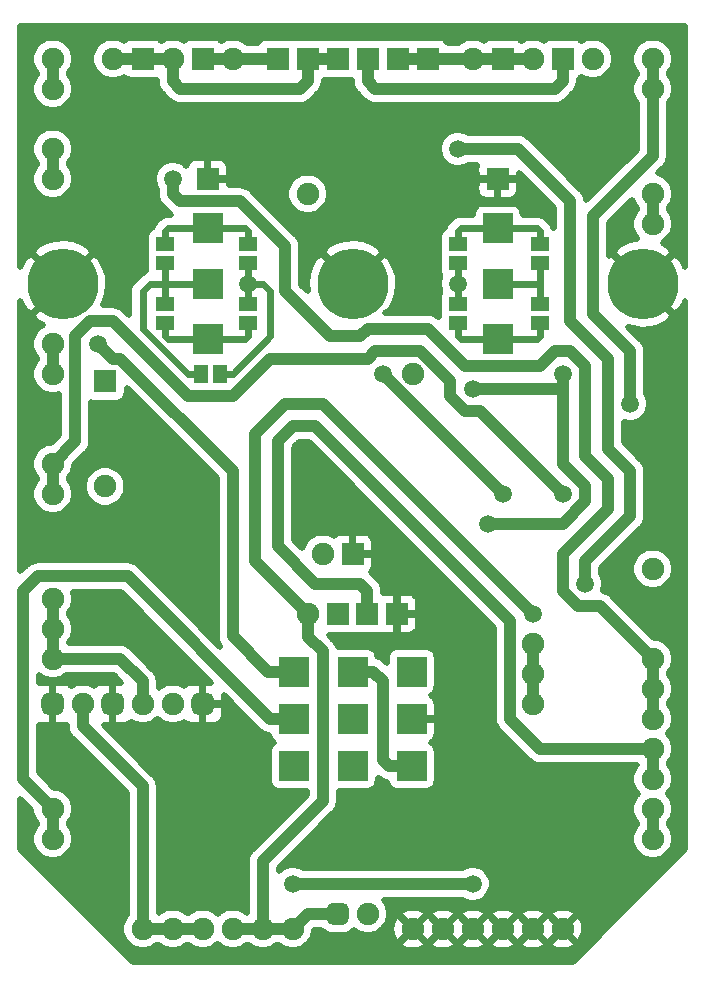
<source format=gbr>
G04 #@! TF.GenerationSoftware,KiCad,Pcbnew,5.1.6-c6e7f7d~87~ubuntu19.10.1*
G04 #@! TF.CreationDate,2023-03-12T15:13:21+06:00*
G04 #@! TF.ProjectId,little_angel_chorus_r2a,6c697474-6c65-45f6-916e-67656c5f6368,2A*
G04 #@! TF.SameCoordinates,Original*
G04 #@! TF.FileFunction,Copper,L2,Bot*
G04 #@! TF.FilePolarity,Positive*
%FSLAX46Y46*%
G04 Gerber Fmt 4.6, Leading zero omitted, Abs format (unit mm)*
G04 Created by KiCad (PCBNEW 5.1.6-c6e7f7d~87~ubuntu19.10.1) date 2023-03-12 15:13:21*
%MOMM*%
%LPD*%
G01*
G04 APERTURE LIST*
G04 #@! TA.AperFunction,ComponentPad*
%ADD10R,1.900000X1.900000*%
G04 #@! TD*
G04 #@! TA.AperFunction,ComponentPad*
%ADD11C,1.900000*%
G04 #@! TD*
G04 #@! TA.AperFunction,ComponentPad*
%ADD12R,2.500000X2.500000*%
G04 #@! TD*
G04 #@! TA.AperFunction,SMDPad,CuDef*
%ADD13R,1.500000X1.300000*%
G04 #@! TD*
G04 #@! TA.AperFunction,SMDPad,CuDef*
%ADD14R,1.300000X1.500000*%
G04 #@! TD*
G04 #@! TA.AperFunction,ComponentPad*
%ADD15C,6.000000*%
G04 #@! TD*
G04 #@! TA.AperFunction,ViaPad*
%ADD16C,1.500000*%
G04 #@! TD*
G04 #@! TA.AperFunction,Conductor*
%ADD17C,1.000000*%
G04 #@! TD*
G04 #@! TA.AperFunction,Conductor*
%ADD18C,0.600000*%
G04 #@! TD*
G04 #@! TA.AperFunction,Conductor*
%ADD19C,0.500000*%
G04 #@! TD*
G04 APERTURE END LIST*
D10*
X123190000Y-128270000D03*
X118110000Y-128270000D03*
X92710000Y-128270000D03*
X87630000Y-128270000D03*
X106680000Y-128270000D03*
X99060000Y-128270000D03*
X104140000Y-128270000D03*
X101600000Y-128270000D03*
X109220000Y-128270000D03*
X111760000Y-128270000D03*
D11*
X95250000Y-128270000D03*
X90170000Y-128270000D03*
X85090000Y-128270000D03*
X125730000Y-128270000D03*
X120650000Y-128270000D03*
X115570000Y-128270000D03*
D12*
X117695000Y-152020000D03*
X117695000Y-147320000D03*
X117695000Y-142620000D03*
X93125000Y-152020000D03*
X93125000Y-147320000D03*
X93125000Y-142620000D03*
D13*
X96520000Y-150660000D03*
X96520000Y-149060000D03*
X96520000Y-145580000D03*
X96520000Y-143980000D03*
D14*
X92545000Y-154940000D03*
X94145000Y-154940000D03*
D13*
X89535000Y-149060000D03*
X89535000Y-150660000D03*
X89535000Y-145580000D03*
X89535000Y-143980000D03*
X114300000Y-149060000D03*
X114300000Y-150660000D03*
X114300000Y-145580000D03*
X114300000Y-143980000D03*
X121285000Y-150660000D03*
X121285000Y-149060000D03*
X121285000Y-145580000D03*
X121285000Y-143980000D03*
D11*
X80010000Y-191770000D03*
X80010000Y-194310000D03*
X80010000Y-138430000D03*
X80010000Y-135890000D03*
X80010000Y-154940000D03*
X80010000Y-152400000D03*
X80010000Y-165100000D03*
X80010000Y-162560000D03*
X102870000Y-170180000D03*
X110490000Y-154940000D03*
X80010000Y-128270000D03*
X80010000Y-130810000D03*
X120650000Y-177800000D03*
X120650000Y-180340000D03*
X120650000Y-182880000D03*
X130810000Y-184150000D03*
X130810000Y-181610000D03*
X130810000Y-179070000D03*
X101600000Y-139700000D03*
X130810000Y-142240000D03*
X130810000Y-139700000D03*
X130810000Y-128270000D03*
X130810000Y-130810000D03*
X130810000Y-171450000D03*
X130810000Y-194310000D03*
X130810000Y-191770000D03*
X130810000Y-189230000D03*
X130810000Y-186690000D03*
X80010000Y-179070000D03*
X80010000Y-176530000D03*
X80010000Y-173990000D03*
X92710000Y-201930000D03*
X90170000Y-201930000D03*
X87630000Y-201930000D03*
X100330000Y-201930000D03*
X97790000Y-201930000D03*
X95250000Y-201930000D03*
X110490000Y-201930000D03*
X113030000Y-201930000D03*
X115570000Y-201930000D03*
X118110000Y-201930000D03*
X120650000Y-201930000D03*
X123190000Y-201930000D03*
G04 #@! TA.AperFunction,ComponentPad*
G36*
G01*
X86040000Y-182500000D02*
X86040000Y-183260000D01*
G75*
G02*
X85470000Y-183830000I-570000J0D01*
G01*
X84710000Y-183830000D01*
G75*
G02*
X84140000Y-183260000I0J570000D01*
G01*
X84140000Y-182500000D01*
G75*
G02*
X84710000Y-181930000I570000J0D01*
G01*
X85470000Y-181930000D01*
G75*
G02*
X86040000Y-182500000I0J-570000D01*
G01*
G37*
G04 #@! TD.AperFunction*
X87630000Y-182880000D03*
G04 #@! TA.AperFunction,ComponentPad*
G36*
G01*
X80960000Y-182500000D02*
X80960000Y-183260000D01*
G75*
G02*
X80390000Y-183830000I-570000J0D01*
G01*
X79630000Y-183830000D01*
G75*
G02*
X79060000Y-183260000I0J570000D01*
G01*
X79060000Y-182500000D01*
G75*
G02*
X79630000Y-181930000I570000J0D01*
G01*
X80390000Y-181930000D01*
G75*
G02*
X80960000Y-182500000I0J-570000D01*
G01*
G37*
G04 #@! TD.AperFunction*
X82550000Y-182880000D03*
D10*
X84455000Y-155575000D03*
D11*
X84455000Y-164465000D03*
G04 #@! TA.AperFunction,ComponentPad*
G36*
G01*
X91760000Y-183260000D02*
X91760000Y-182500000D01*
G75*
G02*
X92330000Y-181930000I570000J0D01*
G01*
X93090000Y-181930000D01*
G75*
G02*
X93660000Y-182500000I0J-570000D01*
G01*
X93660000Y-183260000D01*
G75*
G02*
X93090000Y-183830000I-570000J0D01*
G01*
X92330000Y-183830000D01*
G75*
G02*
X91760000Y-183260000I0J570000D01*
G01*
G37*
G04 #@! TD.AperFunction*
X90170000Y-182880000D03*
D15*
X129980000Y-147320000D03*
X80840000Y-147320000D03*
X105410000Y-147320000D03*
D10*
X117695000Y-138430000D03*
X105410000Y-170180000D03*
X93125000Y-138430000D03*
D11*
X106680000Y-200660000D03*
G04 #@! TA.AperFunction,ComponentPad*
G36*
G01*
X105090000Y-200280000D02*
X105090000Y-201040000D01*
G75*
G02*
X104520000Y-201610000I-570000J0D01*
G01*
X103760000Y-201610000D01*
G75*
G02*
X103190000Y-201040000I0J570000D01*
G01*
X103190000Y-200280000D01*
G75*
G02*
X103760000Y-199710000I570000J0D01*
G01*
X104520000Y-199710000D01*
G75*
G02*
X105090000Y-200280000I0J-570000D01*
G01*
G37*
G04 #@! TD.AperFunction*
D12*
X100410000Y-188150000D03*
X100410000Y-184150000D03*
X100410000Y-180150000D03*
X105410000Y-180150000D03*
X105410000Y-188150000D03*
X105410000Y-184150000D03*
X110410000Y-180150000D03*
X110410000Y-188150000D03*
X110410000Y-184150000D03*
D10*
X109160000Y-175260000D03*
X106660000Y-175260000D03*
X104160000Y-175260000D03*
D11*
X101660000Y-175260000D03*
D16*
X100965000Y-161290000D03*
X127000000Y-191770000D03*
X120650000Y-175260000D03*
X107950000Y-154940000D03*
X118110000Y-165100000D03*
X123190000Y-154940000D03*
X115570000Y-156210000D03*
X116840000Y-167640000D03*
X123190000Y-165100000D03*
X114300000Y-147320000D03*
X100330000Y-198120000D03*
X115570000Y-198120000D03*
X90170000Y-138430000D03*
X128905000Y-157480000D03*
X83820000Y-152400000D03*
X96520000Y-147320000D03*
X125095000Y-172720000D03*
X114300000Y-135890000D03*
D17*
X95250000Y-201930000D02*
X97790000Y-201930000D01*
X97790000Y-201930000D02*
X100330000Y-201930000D01*
X100330000Y-201930000D02*
X101600000Y-200660000D01*
X101600000Y-200660000D02*
X104140000Y-200660000D01*
X120650000Y-175260000D02*
X102870000Y-157480000D01*
X101660000Y-175260000D02*
X97155000Y-170755000D01*
X97155000Y-170755000D02*
X97155000Y-160020000D01*
X99695000Y-157480000D02*
X102870000Y-157480000D01*
X97155000Y-160020000D02*
X99695000Y-157480000D01*
X101660000Y-177225000D02*
X101660000Y-175260000D01*
X102870000Y-178435000D02*
X101660000Y-177225000D01*
X102870000Y-191135000D02*
X102870000Y-178435000D01*
X97790000Y-196215000D02*
X102870000Y-191135000D01*
X97790000Y-201930000D02*
X97790000Y-196215000D01*
X87630000Y-201930000D02*
X90170000Y-201930000D01*
X90170000Y-201930000D02*
X92710000Y-201930000D01*
X82550000Y-182880000D02*
X82550000Y-184785000D01*
X82550000Y-184785000D02*
X87630000Y-189865000D01*
X87630000Y-201930000D02*
X87630000Y-189865000D01*
X107950000Y-154940000D02*
X118110000Y-165100000D01*
X116840000Y-167640000D02*
X123190000Y-167640000D01*
X123190000Y-167640000D02*
X125095000Y-165735000D01*
X125095000Y-165735000D02*
X125095000Y-164465000D01*
X125095000Y-164465000D02*
X123190000Y-162560000D01*
X123190000Y-162560000D02*
X123190000Y-156210000D01*
X115570000Y-156210000D02*
X123190000Y-156210000D01*
X123190000Y-156210000D02*
X123190000Y-154940000D01*
X120650000Y-177800000D02*
X120650000Y-180340000D01*
X120650000Y-180340000D02*
X120650000Y-182880000D01*
X80010000Y-162560000D02*
X80010000Y-165100000D01*
X116205000Y-158115000D02*
X123190000Y-165100000D01*
X114935000Y-158115000D02*
X116205000Y-158115000D01*
X81915000Y-160655000D02*
X81915000Y-151765000D01*
X81915000Y-151765000D02*
X83185000Y-150495000D01*
X83185000Y-150495000D02*
X85090000Y-150495000D01*
X95250000Y-156845000D02*
X98425000Y-153670000D01*
X85090000Y-150495000D02*
X91440000Y-156845000D01*
X98425000Y-153670000D02*
X106680000Y-153670000D01*
X91440000Y-156845000D02*
X95250000Y-156845000D01*
X106680000Y-153670000D02*
X107315000Y-153035000D01*
X113665000Y-155575000D02*
X113665000Y-156845000D01*
X107315000Y-153035000D02*
X111125000Y-153035000D01*
X80010000Y-162560000D02*
X81915000Y-160655000D01*
X113665000Y-156845000D02*
X114935000Y-158115000D01*
X111125000Y-153035000D02*
X113665000Y-155575000D01*
D18*
X121285000Y-145580000D02*
X121285000Y-147320000D01*
X117695000Y-147320000D02*
X121285000Y-147320000D01*
X121285000Y-149060000D02*
X121285000Y-147320000D01*
X117695000Y-142620000D02*
X121030000Y-142620000D01*
X121285000Y-142875000D02*
X121030000Y-142620000D01*
X121285000Y-143980000D02*
X121285000Y-142875000D01*
X117695000Y-142620000D02*
X114555000Y-142620000D01*
X114300000Y-142875000D02*
X114555000Y-142620000D01*
X114300000Y-143980000D02*
X114300000Y-142875000D01*
X117695000Y-152020000D02*
X121030000Y-152020000D01*
X121285000Y-151765000D02*
X121030000Y-152020000D01*
X121285000Y-150660000D02*
X121285000Y-151765000D01*
X117695000Y-152020000D02*
X114555000Y-152020000D01*
X114300000Y-151765000D02*
X114555000Y-152020000D01*
X114300000Y-150660000D02*
X114300000Y-151765000D01*
X114300000Y-145580000D02*
X114300000Y-147320000D01*
X114300000Y-147320000D02*
X114300000Y-149060000D01*
D17*
X92710000Y-128270000D02*
X95250000Y-128270000D01*
X95250000Y-128270000D02*
X99060000Y-128270000D01*
X101600000Y-128270000D02*
X104140000Y-128270000D01*
X85090000Y-128270000D02*
X87630000Y-128270000D01*
X87630000Y-128270000D02*
X90170000Y-128270000D01*
X90170000Y-130175000D02*
X90805000Y-130810000D01*
X90170000Y-128270000D02*
X90170000Y-130175000D01*
X100965000Y-130810000D02*
X101600000Y-130175000D01*
X101600000Y-128270000D02*
X101600000Y-130175000D01*
X90805000Y-130810000D02*
X100965000Y-130810000D01*
X130810000Y-191770000D02*
X130810000Y-194310000D01*
X80010000Y-173990000D02*
X80010000Y-176530000D01*
X80010000Y-176530000D02*
X80010000Y-179070000D01*
X100330000Y-198120000D02*
X115570000Y-198120000D01*
X80010000Y-179070000D02*
X85725000Y-179070000D01*
X85725000Y-179070000D02*
X87630000Y-180975000D01*
X87630000Y-180975000D02*
X87630000Y-182880000D01*
X130810000Y-179070000D02*
X130810000Y-181610000D01*
X130810000Y-181610000D02*
X130810000Y-184150000D01*
X90805000Y-140335000D02*
X90170000Y-139700000D01*
X90170000Y-139700000D02*
X90170000Y-138430000D01*
X95885000Y-140335000D02*
X90805000Y-140335000D01*
X99695000Y-144145000D02*
X95885000Y-140335000D01*
X99695000Y-147955000D02*
X99695000Y-144145000D01*
X103505000Y-151765000D02*
X99695000Y-147955000D01*
X130810000Y-179070000D02*
X126365000Y-174625000D01*
X123190000Y-173355000D02*
X123190000Y-170180000D01*
X126365000Y-174625000D02*
X124460000Y-174625000D01*
X127000000Y-166370000D02*
X127000000Y-163830000D01*
X124460000Y-174625000D02*
X123190000Y-173355000D01*
X127000000Y-163830000D02*
X125095000Y-161925000D01*
X111760000Y-151130000D02*
X106680000Y-151130000D01*
X123825000Y-153035000D02*
X122555000Y-153035000D01*
X106045000Y-151765000D02*
X103505000Y-151765000D01*
X123190000Y-170180000D02*
X127000000Y-166370000D01*
X121285000Y-154305000D02*
X114935000Y-154305000D01*
X125095000Y-161925000D02*
X125095000Y-154305000D01*
X106680000Y-151130000D02*
X106045000Y-151765000D01*
X125095000Y-154305000D02*
X123825000Y-153035000D01*
X114935000Y-154305000D02*
X111760000Y-151130000D01*
X122555000Y-153035000D02*
X121285000Y-154305000D01*
X107125000Y-180150000D02*
X105410000Y-180150000D01*
X107950000Y-180975000D02*
X107125000Y-180150000D01*
X107950000Y-187642500D02*
X107950000Y-180975000D01*
X108457500Y-188150000D02*
X107950000Y-187642500D01*
X110410000Y-188150000D02*
X108457500Y-188150000D01*
X130810000Y-186690000D02*
X130810000Y-189230000D01*
X102235000Y-172720000D02*
X106045000Y-172720000D01*
X99060000Y-169545000D02*
X102235000Y-172720000D01*
X99060000Y-160655000D02*
X99060000Y-169545000D01*
X102235000Y-159385000D02*
X100330000Y-159385000D01*
X106045000Y-172720000D02*
X106660000Y-173335000D01*
X118745000Y-175895000D02*
X102235000Y-159385000D01*
X118745000Y-184150000D02*
X118745000Y-175895000D01*
X121285000Y-186690000D02*
X118745000Y-184150000D01*
X106660000Y-173335000D02*
X106660000Y-175260000D01*
X100330000Y-159385000D02*
X99060000Y-160655000D01*
X130810000Y-186690000D02*
X121285000Y-186690000D01*
X130810000Y-139700000D02*
X130810000Y-142240000D01*
X130810000Y-128270000D02*
X130810000Y-130810000D01*
X106680000Y-130175000D02*
X107315000Y-130810000D01*
X106680000Y-128270000D02*
X106680000Y-130175000D01*
X122555000Y-130810000D02*
X123190000Y-130175000D01*
X107315000Y-130810000D02*
X122555000Y-130810000D01*
X123190000Y-130175000D02*
X123190000Y-128270000D01*
X128905000Y-153035000D02*
X128905000Y-157480000D01*
X125730000Y-149860000D02*
X128905000Y-153035000D01*
X125730000Y-141605000D02*
X125730000Y-149860000D01*
X130810000Y-136525000D02*
X125730000Y-141605000D01*
X130810000Y-130810000D02*
X130810000Y-136525000D01*
X80010000Y-128270000D02*
X80010000Y-130810000D01*
X80010000Y-152400000D02*
X80010000Y-154940000D01*
X98235000Y-180150000D02*
X100410000Y-180150000D01*
X95250000Y-177165000D02*
X98235000Y-180150000D01*
X85725000Y-153670000D02*
X95250000Y-163195000D01*
X95250000Y-163195000D02*
X95250000Y-177165000D01*
X85090000Y-153670000D02*
X85725000Y-153670000D01*
X83820000Y-152400000D02*
X85090000Y-153670000D01*
X80010000Y-135890000D02*
X80010000Y-138430000D01*
X80010000Y-191770000D02*
X80010000Y-194310000D01*
X98425000Y-184150000D02*
X100410000Y-184150000D01*
X86360000Y-172085000D02*
X98425000Y-184150000D01*
X78740000Y-172085000D02*
X86360000Y-172085000D01*
X77470000Y-173355000D02*
X78740000Y-172085000D01*
X77470000Y-189230000D02*
X77470000Y-173355000D01*
X80010000Y-191770000D02*
X77470000Y-189230000D01*
X109220000Y-128270000D02*
X111760000Y-128270000D01*
X111760000Y-128270000D02*
X115570000Y-128270000D01*
X115570000Y-128270000D02*
X118110000Y-128270000D01*
X118110000Y-128270000D02*
X120650000Y-128270000D01*
D18*
X96520000Y-145580000D02*
X96520000Y-147320000D01*
X96520000Y-147320000D02*
X96520000Y-149060000D01*
X97790000Y-147320000D02*
X96520000Y-147320000D01*
X98425000Y-147955000D02*
X97790000Y-147320000D01*
X98425000Y-151765000D02*
X98425000Y-147955000D01*
X95250000Y-154940000D02*
X98425000Y-151765000D01*
X94145000Y-154940000D02*
X95250000Y-154940000D01*
X93125000Y-142620000D02*
X89790000Y-142620000D01*
X89535000Y-142875000D02*
X89790000Y-142620000D01*
X89535000Y-143980000D02*
X89535000Y-142875000D01*
X93125000Y-142620000D02*
X96265000Y-142620000D01*
X96520000Y-142875000D02*
X96265000Y-142620000D01*
X96520000Y-143980000D02*
X96520000Y-142875000D01*
X89535000Y-145580000D02*
X89535000Y-147320000D01*
X93125000Y-147320000D02*
X89535000Y-147320000D01*
X89535000Y-149060000D02*
X89535000Y-147320000D01*
X88265000Y-147320000D02*
X89535000Y-147320000D01*
X87630000Y-147955000D02*
X88265000Y-147320000D01*
X87630000Y-151130000D02*
X87630000Y-147955000D01*
X91440000Y-154940000D02*
X87630000Y-151130000D01*
X92545000Y-154940000D02*
X91440000Y-154940000D01*
X93125000Y-152020000D02*
X89790000Y-152020000D01*
X89535000Y-151765000D02*
X89790000Y-152020000D01*
X89535000Y-150660000D02*
X89535000Y-151765000D01*
X93125000Y-152020000D02*
X96265000Y-152020000D01*
X96520000Y-151765000D02*
X96265000Y-152020000D01*
X96520000Y-150660000D02*
X96520000Y-151765000D01*
D17*
X125095000Y-170815000D02*
X125095000Y-172720000D01*
X128905000Y-167005000D02*
X125095000Y-170815000D01*
X128905000Y-163195000D02*
X128905000Y-167005000D01*
X127000000Y-161290000D02*
X128905000Y-163195000D01*
X127000000Y-153670000D02*
X127000000Y-161290000D01*
X123825000Y-150495000D02*
X127000000Y-153670000D01*
X123825000Y-140335000D02*
X123825000Y-150495000D01*
X119380000Y-135890000D02*
X123825000Y-140335000D01*
X114300000Y-135890000D02*
X119380000Y-135890000D01*
D19*
G36*
X133570000Y-145890491D02*
G01*
X133252148Y-145256184D01*
X133138915Y-145086718D01*
X132600387Y-144770324D01*
X130050711Y-147320000D01*
X132600387Y-149869676D01*
X133138915Y-149553282D01*
X133513908Y-148894097D01*
X133570000Y-148725324D01*
X133570001Y-195145075D01*
X124025077Y-204690000D01*
X86794924Y-204690000D01*
X77250000Y-195145077D01*
X77250000Y-190919188D01*
X78210000Y-191879188D01*
X78210000Y-191947284D01*
X78279173Y-192295041D01*
X78414861Y-192622620D01*
X78611849Y-192917433D01*
X78660000Y-192965584D01*
X78660001Y-193114415D01*
X78611849Y-193162567D01*
X78414861Y-193457380D01*
X78279173Y-193784959D01*
X78210000Y-194132716D01*
X78210000Y-194487284D01*
X78279173Y-194835041D01*
X78414861Y-195162620D01*
X78611849Y-195457433D01*
X78862567Y-195708151D01*
X79157380Y-195905139D01*
X79484959Y-196040827D01*
X79832716Y-196110000D01*
X80187284Y-196110000D01*
X80535041Y-196040827D01*
X80862620Y-195905139D01*
X81157433Y-195708151D01*
X81408151Y-195457433D01*
X81605139Y-195162620D01*
X81740827Y-194835041D01*
X81810000Y-194487284D01*
X81810000Y-194132716D01*
X81740827Y-193784959D01*
X81605139Y-193457380D01*
X81408151Y-193162567D01*
X81360000Y-193114416D01*
X81360000Y-192965584D01*
X81408151Y-192917433D01*
X81605139Y-192622620D01*
X81740827Y-192295041D01*
X81810000Y-191947284D01*
X81810000Y-191592716D01*
X81740827Y-191244959D01*
X81605139Y-190917380D01*
X81408151Y-190622567D01*
X81157433Y-190371849D01*
X80862620Y-190174861D01*
X80535041Y-190039173D01*
X80187284Y-189970000D01*
X80119188Y-189970000D01*
X78820000Y-188670812D01*
X78820000Y-184645445D01*
X78893371Y-184667701D01*
X79060000Y-184684113D01*
X79747500Y-184680000D01*
X79960000Y-184467500D01*
X79960000Y-182930000D01*
X79940000Y-182930000D01*
X79940000Y-182830000D01*
X79960000Y-182830000D01*
X79960000Y-181292500D01*
X79747500Y-181080000D01*
X79060000Y-181075887D01*
X78893371Y-181092299D01*
X78820000Y-181114555D01*
X78820000Y-180425584D01*
X78862567Y-180468151D01*
X79157380Y-180665139D01*
X79484959Y-180800827D01*
X79832716Y-180870000D01*
X80187284Y-180870000D01*
X80535041Y-180800827D01*
X80862620Y-180665139D01*
X81157433Y-180468151D01*
X81205584Y-180420000D01*
X85165812Y-180420000D01*
X85822997Y-181077185D01*
X85352500Y-181080000D01*
X85140000Y-181292500D01*
X85140000Y-182830000D01*
X85160000Y-182830000D01*
X85160000Y-182930000D01*
X85140000Y-182930000D01*
X85140000Y-184467500D01*
X85352500Y-184680000D01*
X86040000Y-184684113D01*
X86206629Y-184667701D01*
X86366855Y-184619098D01*
X86514520Y-184540169D01*
X86643949Y-184433949D01*
X86669372Y-184402971D01*
X86777380Y-184475139D01*
X87104959Y-184610827D01*
X87452716Y-184680000D01*
X87807284Y-184680000D01*
X88155041Y-184610827D01*
X88482620Y-184475139D01*
X88777433Y-184278151D01*
X88900000Y-184155584D01*
X89022567Y-184278151D01*
X89317380Y-184475139D01*
X89644959Y-184610827D01*
X89992716Y-184680000D01*
X90347284Y-184680000D01*
X90695041Y-184610827D01*
X91022620Y-184475139D01*
X91130628Y-184402971D01*
X91156051Y-184433949D01*
X91285480Y-184540169D01*
X91433145Y-184619098D01*
X91593371Y-184667701D01*
X91760000Y-184684113D01*
X92447500Y-184680000D01*
X92660000Y-184467500D01*
X92660000Y-182930000D01*
X92760000Y-182930000D01*
X92760000Y-184467500D01*
X92972500Y-184680000D01*
X93660000Y-184684113D01*
X93826629Y-184667701D01*
X93986855Y-184619098D01*
X94134520Y-184540169D01*
X94263949Y-184433949D01*
X94370169Y-184304520D01*
X94449098Y-184156855D01*
X94497701Y-183996629D01*
X94514113Y-183830000D01*
X94510000Y-183142500D01*
X94297500Y-182930000D01*
X92760000Y-182930000D01*
X92660000Y-182930000D01*
X92640000Y-182930000D01*
X92640000Y-182830000D01*
X92660000Y-182830000D01*
X92660000Y-181292500D01*
X92447500Y-181080000D01*
X91760000Y-181075887D01*
X91593371Y-181092299D01*
X91433145Y-181140902D01*
X91285480Y-181219831D01*
X91156051Y-181326051D01*
X91130628Y-181357029D01*
X91022620Y-181284861D01*
X90695041Y-181149173D01*
X90347284Y-181080000D01*
X89992716Y-181080000D01*
X89644959Y-181149173D01*
X89317380Y-181284861D01*
X89022567Y-181481849D01*
X88980000Y-181524416D01*
X88980000Y-181041319D01*
X88986532Y-180975000D01*
X88980000Y-180908679D01*
X88960467Y-180710354D01*
X88883272Y-180455878D01*
X88789014Y-180279533D01*
X88757915Y-180221350D01*
X88631490Y-180067301D01*
X88631483Y-180067294D01*
X88589212Y-180015787D01*
X88537706Y-179973517D01*
X86726489Y-178162301D01*
X86684213Y-178110787D01*
X86478649Y-177942085D01*
X86244122Y-177816728D01*
X85989646Y-177739533D01*
X85791321Y-177720000D01*
X85791319Y-177720000D01*
X85725000Y-177713468D01*
X85658681Y-177720000D01*
X81365584Y-177720000D01*
X81408151Y-177677433D01*
X81605139Y-177382620D01*
X81740827Y-177055041D01*
X81810000Y-176707284D01*
X81810000Y-176352716D01*
X81740827Y-176004959D01*
X81605139Y-175677380D01*
X81408151Y-175382567D01*
X81360000Y-175334416D01*
X81360000Y-175185584D01*
X81408151Y-175137433D01*
X81605139Y-174842620D01*
X81740827Y-174515041D01*
X81810000Y-174167284D01*
X81810000Y-173812716D01*
X81740827Y-173464959D01*
X81728418Y-173435000D01*
X85800812Y-173435000D01*
X93442997Y-181077185D01*
X92972500Y-181080000D01*
X92760000Y-181292500D01*
X92760000Y-182830000D01*
X94297500Y-182830000D01*
X94510000Y-182617500D01*
X94512815Y-182147003D01*
X97423509Y-185057697D01*
X97465787Y-185109213D01*
X97517302Y-185151490D01*
X97671351Y-185277915D01*
X97905877Y-185403272D01*
X97965105Y-185421239D01*
X98160354Y-185480467D01*
X98315317Y-185495729D01*
X98322300Y-185566629D01*
X98370903Y-185726855D01*
X98449832Y-185874519D01*
X98556052Y-186003948D01*
X98685481Y-186110168D01*
X98760001Y-186150000D01*
X98685481Y-186189832D01*
X98556052Y-186296052D01*
X98449832Y-186425481D01*
X98370903Y-186573145D01*
X98322300Y-186733371D01*
X98305888Y-186900000D01*
X98305888Y-189400000D01*
X98322300Y-189566629D01*
X98370903Y-189726855D01*
X98449832Y-189874519D01*
X98556052Y-190003948D01*
X98685481Y-190110168D01*
X98833145Y-190189097D01*
X98993371Y-190237700D01*
X99160000Y-190254112D01*
X101520000Y-190254112D01*
X101520000Y-190575811D01*
X96882299Y-195213513D01*
X96830788Y-195255787D01*
X96788514Y-195307298D01*
X96788510Y-195307302D01*
X96662085Y-195461351D01*
X96536729Y-195695878D01*
X96459534Y-195950354D01*
X96433468Y-196215000D01*
X96440001Y-196281329D01*
X96440000Y-200574416D01*
X96397433Y-200531849D01*
X96102620Y-200334861D01*
X95775041Y-200199173D01*
X95427284Y-200130000D01*
X95072716Y-200130000D01*
X94724959Y-200199173D01*
X94397380Y-200334861D01*
X94102567Y-200531849D01*
X93980000Y-200654416D01*
X93857433Y-200531849D01*
X93562620Y-200334861D01*
X93235041Y-200199173D01*
X92887284Y-200130000D01*
X92532716Y-200130000D01*
X92184959Y-200199173D01*
X91857380Y-200334861D01*
X91562567Y-200531849D01*
X91514416Y-200580000D01*
X91365584Y-200580000D01*
X91317433Y-200531849D01*
X91022620Y-200334861D01*
X90695041Y-200199173D01*
X90347284Y-200130000D01*
X89992716Y-200130000D01*
X89644959Y-200199173D01*
X89317380Y-200334861D01*
X89022567Y-200531849D01*
X88980000Y-200574416D01*
X88980000Y-189931319D01*
X88986532Y-189865000D01*
X88972926Y-189726855D01*
X88960467Y-189600354D01*
X88883272Y-189345878D01*
X88821334Y-189230000D01*
X88757915Y-189111350D01*
X88631490Y-188957301D01*
X88631487Y-188957298D01*
X88589213Y-188905787D01*
X88537702Y-188863513D01*
X84357003Y-184682815D01*
X84827500Y-184680000D01*
X85040000Y-184467500D01*
X85040000Y-182930000D01*
X85020000Y-182930000D01*
X85020000Y-182830000D01*
X85040000Y-182830000D01*
X85040000Y-181292500D01*
X84827500Y-181080000D01*
X84140000Y-181075887D01*
X83973371Y-181092299D01*
X83813145Y-181140902D01*
X83665480Y-181219831D01*
X83536051Y-181326051D01*
X83510628Y-181357029D01*
X83402620Y-181284861D01*
X83075041Y-181149173D01*
X82727284Y-181080000D01*
X82372716Y-181080000D01*
X82024959Y-181149173D01*
X81697380Y-181284861D01*
X81589372Y-181357029D01*
X81563949Y-181326051D01*
X81434520Y-181219831D01*
X81286855Y-181140902D01*
X81126629Y-181092299D01*
X80960000Y-181075887D01*
X80272500Y-181080000D01*
X80060000Y-181292500D01*
X80060000Y-182830000D01*
X80080000Y-182830000D01*
X80080000Y-182930000D01*
X80060000Y-182930000D01*
X80060000Y-184467500D01*
X80272500Y-184680000D01*
X80960000Y-184684113D01*
X81126629Y-184667701D01*
X81200001Y-184645444D01*
X81200001Y-184718672D01*
X81193468Y-184785000D01*
X81219534Y-185049646D01*
X81296729Y-185304122D01*
X81422085Y-185538649D01*
X81548510Y-185692698D01*
X81548514Y-185692702D01*
X81590788Y-185744213D01*
X81642299Y-185786487D01*
X86280001Y-190424190D01*
X86280000Y-200734416D01*
X86231849Y-200782567D01*
X86034861Y-201077380D01*
X85899173Y-201404959D01*
X85830000Y-201752716D01*
X85830000Y-202107284D01*
X85899173Y-202455041D01*
X86034861Y-202782620D01*
X86231849Y-203077433D01*
X86482567Y-203328151D01*
X86777380Y-203525139D01*
X87104959Y-203660827D01*
X87452716Y-203730000D01*
X87807284Y-203730000D01*
X88155041Y-203660827D01*
X88482620Y-203525139D01*
X88777433Y-203328151D01*
X88825584Y-203280000D01*
X88974416Y-203280000D01*
X89022567Y-203328151D01*
X89317380Y-203525139D01*
X89644959Y-203660827D01*
X89992716Y-203730000D01*
X90347284Y-203730000D01*
X90695041Y-203660827D01*
X91022620Y-203525139D01*
X91317433Y-203328151D01*
X91365584Y-203280000D01*
X91514416Y-203280000D01*
X91562567Y-203328151D01*
X91857380Y-203525139D01*
X92184959Y-203660827D01*
X92532716Y-203730000D01*
X92887284Y-203730000D01*
X93235041Y-203660827D01*
X93562620Y-203525139D01*
X93857433Y-203328151D01*
X93980000Y-203205584D01*
X94102567Y-203328151D01*
X94397380Y-203525139D01*
X94724959Y-203660827D01*
X95072716Y-203730000D01*
X95427284Y-203730000D01*
X95775041Y-203660827D01*
X96102620Y-203525139D01*
X96397433Y-203328151D01*
X96445584Y-203280000D01*
X96594416Y-203280000D01*
X96642567Y-203328151D01*
X96937380Y-203525139D01*
X97264959Y-203660827D01*
X97612716Y-203730000D01*
X97967284Y-203730000D01*
X98315041Y-203660827D01*
X98642620Y-203525139D01*
X98937433Y-203328151D01*
X98985584Y-203280000D01*
X99134416Y-203280000D01*
X99182567Y-203328151D01*
X99477380Y-203525139D01*
X99804959Y-203660827D01*
X100152716Y-203730000D01*
X100507284Y-203730000D01*
X100855041Y-203660827D01*
X101182620Y-203525139D01*
X101477433Y-203328151D01*
X101712092Y-203093492D01*
X109397219Y-203093492D01*
X109467724Y-203422107D01*
X109778463Y-203592873D01*
X110116545Y-203699735D01*
X110468979Y-203738587D01*
X110822221Y-203707936D01*
X111162695Y-203608961D01*
X111477318Y-203445463D01*
X111512276Y-203422107D01*
X111582781Y-203093492D01*
X111937219Y-203093492D01*
X112007724Y-203422107D01*
X112318463Y-203592873D01*
X112656545Y-203699735D01*
X113008979Y-203738587D01*
X113362221Y-203707936D01*
X113702695Y-203608961D01*
X114017318Y-203445463D01*
X114052276Y-203422107D01*
X114122781Y-203093492D01*
X114477219Y-203093492D01*
X114547724Y-203422107D01*
X114858463Y-203592873D01*
X115196545Y-203699735D01*
X115548979Y-203738587D01*
X115902221Y-203707936D01*
X116242695Y-203608961D01*
X116557318Y-203445463D01*
X116592276Y-203422107D01*
X116662781Y-203093492D01*
X117017219Y-203093492D01*
X117087724Y-203422107D01*
X117398463Y-203592873D01*
X117736545Y-203699735D01*
X118088979Y-203738587D01*
X118442221Y-203707936D01*
X118782695Y-203608961D01*
X119097318Y-203445463D01*
X119132276Y-203422107D01*
X119202781Y-203093492D01*
X119557219Y-203093492D01*
X119627724Y-203422107D01*
X119938463Y-203592873D01*
X120276545Y-203699735D01*
X120628979Y-203738587D01*
X120982221Y-203707936D01*
X121322695Y-203608961D01*
X121637318Y-203445463D01*
X121672276Y-203422107D01*
X121742781Y-203093492D01*
X122097219Y-203093492D01*
X122167724Y-203422107D01*
X122478463Y-203592873D01*
X122816545Y-203699735D01*
X123168979Y-203738587D01*
X123522221Y-203707936D01*
X123862695Y-203608961D01*
X124177318Y-203445463D01*
X124212276Y-203422107D01*
X124282781Y-203093492D01*
X123190000Y-202000711D01*
X122097219Y-203093492D01*
X121742781Y-203093492D01*
X120650000Y-202000711D01*
X119557219Y-203093492D01*
X119202781Y-203093492D01*
X118110000Y-202000711D01*
X117017219Y-203093492D01*
X116662781Y-203093492D01*
X115570000Y-202000711D01*
X114477219Y-203093492D01*
X114122781Y-203093492D01*
X113030000Y-202000711D01*
X111937219Y-203093492D01*
X111582781Y-203093492D01*
X110490000Y-202000711D01*
X109397219Y-203093492D01*
X101712092Y-203093492D01*
X101728151Y-203077433D01*
X101925139Y-202782620D01*
X102060827Y-202455041D01*
X102130000Y-202107284D01*
X102130000Y-202039189D01*
X102159189Y-202010000D01*
X102722637Y-202010000D01*
X102753001Y-202046999D01*
X102968806Y-202224106D01*
X103215016Y-202355708D01*
X103482170Y-202436748D01*
X103760000Y-202464112D01*
X104520000Y-202464112D01*
X104797830Y-202436748D01*
X105064984Y-202355708D01*
X105311194Y-202224106D01*
X105523932Y-202049516D01*
X105532567Y-202058151D01*
X105827380Y-202255139D01*
X106154959Y-202390827D01*
X106502716Y-202460000D01*
X106857284Y-202460000D01*
X107205041Y-202390827D01*
X107532620Y-202255139D01*
X107827433Y-202058151D01*
X107976605Y-201908979D01*
X108681413Y-201908979D01*
X108712064Y-202262221D01*
X108811039Y-202602695D01*
X108974537Y-202917318D01*
X108997893Y-202952276D01*
X109326508Y-203022781D01*
X110419289Y-201930000D01*
X110560711Y-201930000D01*
X111478303Y-202847592D01*
X111514537Y-202917318D01*
X111537893Y-202952276D01*
X111595305Y-202964594D01*
X111653492Y-203022781D01*
X111760000Y-202999929D01*
X111866508Y-203022781D01*
X111924695Y-202964594D01*
X111982107Y-202952276D01*
X112037121Y-202852168D01*
X112959289Y-201930000D01*
X113100711Y-201930000D01*
X114018303Y-202847592D01*
X114054537Y-202917318D01*
X114077893Y-202952276D01*
X114135305Y-202964594D01*
X114193492Y-203022781D01*
X114300000Y-202999929D01*
X114406508Y-203022781D01*
X114464695Y-202964594D01*
X114522107Y-202952276D01*
X114577121Y-202852168D01*
X115499289Y-201930000D01*
X115640711Y-201930000D01*
X116558303Y-202847592D01*
X116594537Y-202917318D01*
X116617893Y-202952276D01*
X116675305Y-202964594D01*
X116733492Y-203022781D01*
X116840000Y-202999929D01*
X116946508Y-203022781D01*
X117004695Y-202964594D01*
X117062107Y-202952276D01*
X117117121Y-202852168D01*
X118039289Y-201930000D01*
X118180711Y-201930000D01*
X119098303Y-202847592D01*
X119134537Y-202917318D01*
X119157893Y-202952276D01*
X119215305Y-202964594D01*
X119273492Y-203022781D01*
X119380000Y-202999929D01*
X119486508Y-203022781D01*
X119544695Y-202964594D01*
X119602107Y-202952276D01*
X119657121Y-202852168D01*
X120579289Y-201930000D01*
X120720711Y-201930000D01*
X121638303Y-202847592D01*
X121674537Y-202917318D01*
X121697893Y-202952276D01*
X121755305Y-202964594D01*
X121813492Y-203022781D01*
X121920000Y-202999929D01*
X122026508Y-203022781D01*
X122084695Y-202964594D01*
X122142107Y-202952276D01*
X122197121Y-202852168D01*
X123119289Y-201930000D01*
X123260711Y-201930000D01*
X124353492Y-203022781D01*
X124682107Y-202952276D01*
X124852873Y-202641537D01*
X124959735Y-202303455D01*
X124998587Y-201951021D01*
X124967936Y-201597779D01*
X124868961Y-201257305D01*
X124705463Y-200942682D01*
X124682107Y-200907724D01*
X124353492Y-200837219D01*
X123260711Y-201930000D01*
X123119289Y-201930000D01*
X122201697Y-201012408D01*
X122165463Y-200942682D01*
X122142107Y-200907724D01*
X122084695Y-200895406D01*
X122026508Y-200837219D01*
X121920000Y-200860071D01*
X121813492Y-200837219D01*
X121755305Y-200895406D01*
X121697893Y-200907724D01*
X121642879Y-201007832D01*
X120720711Y-201930000D01*
X120579289Y-201930000D01*
X119661697Y-201012408D01*
X119625463Y-200942682D01*
X119602107Y-200907724D01*
X119544695Y-200895406D01*
X119486508Y-200837219D01*
X119380000Y-200860071D01*
X119273492Y-200837219D01*
X119215305Y-200895406D01*
X119157893Y-200907724D01*
X119102879Y-201007832D01*
X118180711Y-201930000D01*
X118039289Y-201930000D01*
X117121697Y-201012408D01*
X117085463Y-200942682D01*
X117062107Y-200907724D01*
X117004695Y-200895406D01*
X116946508Y-200837219D01*
X116840000Y-200860071D01*
X116733492Y-200837219D01*
X116675305Y-200895406D01*
X116617893Y-200907724D01*
X116562879Y-201007832D01*
X115640711Y-201930000D01*
X115499289Y-201930000D01*
X114581697Y-201012408D01*
X114545463Y-200942682D01*
X114522107Y-200907724D01*
X114464695Y-200895406D01*
X114406508Y-200837219D01*
X114300000Y-200860071D01*
X114193492Y-200837219D01*
X114135305Y-200895406D01*
X114077893Y-200907724D01*
X114022879Y-201007832D01*
X113100711Y-201930000D01*
X112959289Y-201930000D01*
X112041697Y-201012408D01*
X112005463Y-200942682D01*
X111982107Y-200907724D01*
X111924695Y-200895406D01*
X111866508Y-200837219D01*
X111760000Y-200860071D01*
X111653492Y-200837219D01*
X111595305Y-200895406D01*
X111537893Y-200907724D01*
X111482879Y-201007832D01*
X110560711Y-201930000D01*
X110419289Y-201930000D01*
X109326508Y-200837219D01*
X108997893Y-200907724D01*
X108827127Y-201218463D01*
X108720265Y-201556545D01*
X108681413Y-201908979D01*
X107976605Y-201908979D01*
X108078151Y-201807433D01*
X108275139Y-201512620D01*
X108410827Y-201185041D01*
X108480000Y-200837284D01*
X108480000Y-200766508D01*
X109397219Y-200766508D01*
X110490000Y-201859289D01*
X111582781Y-200766508D01*
X111937219Y-200766508D01*
X113030000Y-201859289D01*
X114122781Y-200766508D01*
X114477219Y-200766508D01*
X115570000Y-201859289D01*
X116662781Y-200766508D01*
X117017219Y-200766508D01*
X118110000Y-201859289D01*
X119202781Y-200766508D01*
X119557219Y-200766508D01*
X120650000Y-201859289D01*
X121742781Y-200766508D01*
X122097219Y-200766508D01*
X123190000Y-201859289D01*
X124282781Y-200766508D01*
X124212276Y-200437893D01*
X123901537Y-200267127D01*
X123563455Y-200160265D01*
X123211021Y-200121413D01*
X122857779Y-200152064D01*
X122517305Y-200251039D01*
X122202682Y-200414537D01*
X122167724Y-200437893D01*
X122097219Y-200766508D01*
X121742781Y-200766508D01*
X121672276Y-200437893D01*
X121361537Y-200267127D01*
X121023455Y-200160265D01*
X120671021Y-200121413D01*
X120317779Y-200152064D01*
X119977305Y-200251039D01*
X119662682Y-200414537D01*
X119627724Y-200437893D01*
X119557219Y-200766508D01*
X119202781Y-200766508D01*
X119132276Y-200437893D01*
X118821537Y-200267127D01*
X118483455Y-200160265D01*
X118131021Y-200121413D01*
X117777779Y-200152064D01*
X117437305Y-200251039D01*
X117122682Y-200414537D01*
X117087724Y-200437893D01*
X117017219Y-200766508D01*
X116662781Y-200766508D01*
X116592276Y-200437893D01*
X116281537Y-200267127D01*
X115943455Y-200160265D01*
X115591021Y-200121413D01*
X115237779Y-200152064D01*
X114897305Y-200251039D01*
X114582682Y-200414537D01*
X114547724Y-200437893D01*
X114477219Y-200766508D01*
X114122781Y-200766508D01*
X114052276Y-200437893D01*
X113741537Y-200267127D01*
X113403455Y-200160265D01*
X113051021Y-200121413D01*
X112697779Y-200152064D01*
X112357305Y-200251039D01*
X112042682Y-200414537D01*
X112007724Y-200437893D01*
X111937219Y-200766508D01*
X111582781Y-200766508D01*
X111512276Y-200437893D01*
X111201537Y-200267127D01*
X110863455Y-200160265D01*
X110511021Y-200121413D01*
X110157779Y-200152064D01*
X109817305Y-200251039D01*
X109502682Y-200414537D01*
X109467724Y-200437893D01*
X109397219Y-200766508D01*
X108480000Y-200766508D01*
X108480000Y-200482716D01*
X108410827Y-200134959D01*
X108275139Y-199807380D01*
X108078151Y-199512567D01*
X108035584Y-199470000D01*
X114710494Y-199470000D01*
X114812116Y-199537902D01*
X115103297Y-199658513D01*
X115412414Y-199720000D01*
X115727586Y-199720000D01*
X116036703Y-199658513D01*
X116327884Y-199537902D01*
X116589941Y-199362801D01*
X116812801Y-199139941D01*
X116987902Y-198877884D01*
X117108513Y-198586703D01*
X117170000Y-198277586D01*
X117170000Y-197962414D01*
X117108513Y-197653297D01*
X116987902Y-197362116D01*
X116812801Y-197100059D01*
X116589941Y-196877199D01*
X116327884Y-196702098D01*
X116036703Y-196581487D01*
X115727586Y-196520000D01*
X115412414Y-196520000D01*
X115103297Y-196581487D01*
X114812116Y-196702098D01*
X114710494Y-196770000D01*
X101189506Y-196770000D01*
X101087884Y-196702098D01*
X100796703Y-196581487D01*
X100487586Y-196520000D01*
X100172414Y-196520000D01*
X99863297Y-196581487D01*
X99572116Y-196702098D01*
X99310059Y-196877199D01*
X99140000Y-197047258D01*
X99140000Y-196774188D01*
X103777707Y-192136482D01*
X103829212Y-192094213D01*
X103871483Y-192042706D01*
X103871490Y-192042699D01*
X103997915Y-191888650D01*
X104123271Y-191654123D01*
X104123272Y-191654122D01*
X104200467Y-191399646D01*
X104220000Y-191201321D01*
X104220000Y-191201319D01*
X104226532Y-191135000D01*
X104220000Y-191068681D01*
X104220000Y-190254112D01*
X106660000Y-190254112D01*
X106826629Y-190237700D01*
X106986855Y-190189097D01*
X107134519Y-190110168D01*
X107263948Y-190003948D01*
X107370168Y-189874519D01*
X107449097Y-189726855D01*
X107497700Y-189566629D01*
X107514112Y-189400000D01*
X107514112Y-189122200D01*
X107703851Y-189277915D01*
X107938378Y-189403272D01*
X108192854Y-189480467D01*
X108314998Y-189492497D01*
X108322300Y-189566629D01*
X108370903Y-189726855D01*
X108449832Y-189874519D01*
X108556052Y-190003948D01*
X108685481Y-190110168D01*
X108833145Y-190189097D01*
X108993371Y-190237700D01*
X109160000Y-190254112D01*
X111660000Y-190254112D01*
X111826629Y-190237700D01*
X111986855Y-190189097D01*
X112134519Y-190110168D01*
X112263948Y-190003948D01*
X112370168Y-189874519D01*
X112449097Y-189726855D01*
X112497700Y-189566629D01*
X112514112Y-189400000D01*
X112514112Y-186900000D01*
X112497700Y-186733371D01*
X112449097Y-186573145D01*
X112370168Y-186425481D01*
X112263948Y-186296052D01*
X112134519Y-186189832D01*
X112060001Y-186150001D01*
X112134520Y-186110169D01*
X112263949Y-186003949D01*
X112370169Y-185874520D01*
X112449098Y-185726855D01*
X112497701Y-185566629D01*
X112514113Y-185400000D01*
X112510000Y-184412500D01*
X112297500Y-184200000D01*
X110460000Y-184200000D01*
X110460000Y-184220000D01*
X110360000Y-184220000D01*
X110360000Y-184200000D01*
X110340000Y-184200000D01*
X110340000Y-184100000D01*
X110360000Y-184100000D01*
X110360000Y-184080000D01*
X110460000Y-184080000D01*
X110460000Y-184100000D01*
X112297500Y-184100000D01*
X112510000Y-183887500D01*
X112514113Y-182900000D01*
X112497701Y-182733371D01*
X112449098Y-182573145D01*
X112370169Y-182425480D01*
X112263949Y-182296051D01*
X112134520Y-182189831D01*
X112060001Y-182149999D01*
X112134519Y-182110168D01*
X112263948Y-182003948D01*
X112370168Y-181874519D01*
X112449097Y-181726855D01*
X112497700Y-181566629D01*
X112514112Y-181400000D01*
X112514112Y-178900000D01*
X112497700Y-178733371D01*
X112449097Y-178573145D01*
X112370168Y-178425481D01*
X112263948Y-178296052D01*
X112134519Y-178189832D01*
X111986855Y-178110903D01*
X111826629Y-178062300D01*
X111660000Y-178045888D01*
X109160000Y-178045888D01*
X108993371Y-178062300D01*
X108833145Y-178110903D01*
X108685481Y-178189832D01*
X108556052Y-178296052D01*
X108449832Y-178425481D01*
X108370903Y-178573145D01*
X108322300Y-178733371D01*
X108305888Y-178900000D01*
X108305888Y-179421700D01*
X108126489Y-179242301D01*
X108084213Y-179190787D01*
X107878649Y-179022085D01*
X107644122Y-178896728D01*
X107509776Y-178855974D01*
X107497700Y-178733371D01*
X107449097Y-178573145D01*
X107370168Y-178425481D01*
X107263948Y-178296052D01*
X107134519Y-178189832D01*
X106986855Y-178110903D01*
X106826629Y-178062300D01*
X106660000Y-178045888D01*
X104162710Y-178045888D01*
X104123272Y-177915878D01*
X103997915Y-177681351D01*
X103829213Y-177475787D01*
X103777697Y-177433509D01*
X103408300Y-177064112D01*
X105110000Y-177064112D01*
X105276629Y-177047700D01*
X105410000Y-177007243D01*
X105543371Y-177047700D01*
X105710000Y-177064112D01*
X107610000Y-177064112D01*
X107776629Y-177047700D01*
X107909998Y-177007244D01*
X108043371Y-177047701D01*
X108210000Y-177064113D01*
X108897500Y-177060000D01*
X109110000Y-176847500D01*
X109110000Y-175310000D01*
X109210000Y-175310000D01*
X109210000Y-176847500D01*
X109422500Y-177060000D01*
X110110000Y-177064113D01*
X110276629Y-177047701D01*
X110436855Y-176999098D01*
X110584520Y-176920169D01*
X110713949Y-176813949D01*
X110820169Y-176684520D01*
X110899098Y-176536855D01*
X110947701Y-176376629D01*
X110964113Y-176210000D01*
X110960000Y-175522500D01*
X110747500Y-175310000D01*
X109210000Y-175310000D01*
X109110000Y-175310000D01*
X109090000Y-175310000D01*
X109090000Y-175210000D01*
X109110000Y-175210000D01*
X109110000Y-173672500D01*
X109210000Y-173672500D01*
X109210000Y-175210000D01*
X110747500Y-175210000D01*
X110960000Y-174997500D01*
X110964113Y-174310000D01*
X110947701Y-174143371D01*
X110899098Y-173983145D01*
X110820169Y-173835480D01*
X110713949Y-173706051D01*
X110584520Y-173599831D01*
X110436855Y-173520902D01*
X110276629Y-173472299D01*
X110110000Y-173455887D01*
X109422500Y-173460000D01*
X109210000Y-173672500D01*
X109110000Y-173672500D01*
X108897500Y-173460000D01*
X108210000Y-173455887D01*
X108043371Y-173472299D01*
X108010000Y-173482422D01*
X108010000Y-173401310D01*
X108016531Y-173334999D01*
X108010000Y-173268688D01*
X108010000Y-173268679D01*
X107990467Y-173070354D01*
X107913272Y-172815878D01*
X107787915Y-172581351D01*
X107619212Y-172375787D01*
X107567696Y-172333509D01*
X107046489Y-171812301D01*
X107004213Y-171760787D01*
X106966992Y-171730241D01*
X107070169Y-171604520D01*
X107149098Y-171456855D01*
X107197701Y-171296629D01*
X107214113Y-171130000D01*
X107210000Y-170442500D01*
X106997500Y-170230000D01*
X105460000Y-170230000D01*
X105460000Y-170250000D01*
X105360000Y-170250000D01*
X105360000Y-170230000D01*
X105340000Y-170230000D01*
X105340000Y-170130000D01*
X105360000Y-170130000D01*
X105360000Y-168592500D01*
X105460000Y-168592500D01*
X105460000Y-170130000D01*
X106997500Y-170130000D01*
X107210000Y-169917500D01*
X107214113Y-169230000D01*
X107197701Y-169063371D01*
X107149098Y-168903145D01*
X107070169Y-168755480D01*
X106963949Y-168626051D01*
X106834520Y-168519831D01*
X106686855Y-168440902D01*
X106526629Y-168392299D01*
X106360000Y-168375887D01*
X105672500Y-168380000D01*
X105460000Y-168592500D01*
X105360000Y-168592500D01*
X105147500Y-168380000D01*
X104460000Y-168375887D01*
X104293371Y-168392299D01*
X104133145Y-168440902D01*
X103985480Y-168519831D01*
X103856051Y-168626051D01*
X103830628Y-168657029D01*
X103722620Y-168584861D01*
X103395041Y-168449173D01*
X103047284Y-168380000D01*
X102692716Y-168380000D01*
X102344959Y-168449173D01*
X102017380Y-168584861D01*
X101722567Y-168781849D01*
X101471849Y-169032567D01*
X101274861Y-169327380D01*
X101139173Y-169654959D01*
X101129214Y-169705026D01*
X100410000Y-168985812D01*
X100410000Y-161214188D01*
X100889189Y-160735000D01*
X101675812Y-160735000D01*
X117395001Y-176454190D01*
X117395000Y-184083681D01*
X117388468Y-184150000D01*
X117395000Y-184216319D01*
X117395000Y-184216320D01*
X117414533Y-184414645D01*
X117491728Y-184669121D01*
X117550081Y-184778292D01*
X117617085Y-184903649D01*
X117743510Y-185057698D01*
X117743513Y-185057701D01*
X117785787Y-185109212D01*
X117837299Y-185151487D01*
X120283509Y-187597697D01*
X120325787Y-187649213D01*
X120531351Y-187817915D01*
X120765878Y-187943272D01*
X121020354Y-188020467D01*
X121218679Y-188040000D01*
X121218688Y-188040000D01*
X121284999Y-188046531D01*
X121351310Y-188040000D01*
X129454416Y-188040000D01*
X129411849Y-188082567D01*
X129214861Y-188377380D01*
X129079173Y-188704959D01*
X129010000Y-189052716D01*
X129010000Y-189407284D01*
X129079173Y-189755041D01*
X129214861Y-190082620D01*
X129411849Y-190377433D01*
X129534416Y-190500000D01*
X129411849Y-190622567D01*
X129214861Y-190917380D01*
X129079173Y-191244959D01*
X129010000Y-191592716D01*
X129010000Y-191947284D01*
X129079173Y-192295041D01*
X129214861Y-192622620D01*
X129411849Y-192917433D01*
X129460000Y-192965584D01*
X129460001Y-193114415D01*
X129411849Y-193162567D01*
X129214861Y-193457380D01*
X129079173Y-193784959D01*
X129010000Y-194132716D01*
X129010000Y-194487284D01*
X129079173Y-194835041D01*
X129214861Y-195162620D01*
X129411849Y-195457433D01*
X129662567Y-195708151D01*
X129957380Y-195905139D01*
X130284959Y-196040827D01*
X130632716Y-196110000D01*
X130987284Y-196110000D01*
X131335041Y-196040827D01*
X131662620Y-195905139D01*
X131957433Y-195708151D01*
X132208151Y-195457433D01*
X132405139Y-195162620D01*
X132540827Y-194835041D01*
X132610000Y-194487284D01*
X132610000Y-194132716D01*
X132540827Y-193784959D01*
X132405139Y-193457380D01*
X132208151Y-193162567D01*
X132160000Y-193114416D01*
X132160000Y-192965584D01*
X132208151Y-192917433D01*
X132405139Y-192622620D01*
X132540827Y-192295041D01*
X132610000Y-191947284D01*
X132610000Y-191592716D01*
X132540827Y-191244959D01*
X132405139Y-190917380D01*
X132208151Y-190622567D01*
X132085584Y-190500000D01*
X132208151Y-190377433D01*
X132405139Y-190082620D01*
X132540827Y-189755041D01*
X132610000Y-189407284D01*
X132610000Y-189052716D01*
X132540827Y-188704959D01*
X132405139Y-188377380D01*
X132208151Y-188082567D01*
X132160000Y-188034416D01*
X132160000Y-187885584D01*
X132208151Y-187837433D01*
X132405139Y-187542620D01*
X132540827Y-187215041D01*
X132610000Y-186867284D01*
X132610000Y-186512716D01*
X132540827Y-186164959D01*
X132405139Y-185837380D01*
X132208151Y-185542567D01*
X132085584Y-185420000D01*
X132208151Y-185297433D01*
X132405139Y-185002620D01*
X132540827Y-184675041D01*
X132610000Y-184327284D01*
X132610000Y-183972716D01*
X132540827Y-183624959D01*
X132405139Y-183297380D01*
X132208151Y-183002567D01*
X132160000Y-182954416D01*
X132160000Y-182805584D01*
X132208151Y-182757433D01*
X132405139Y-182462620D01*
X132540827Y-182135041D01*
X132610000Y-181787284D01*
X132610000Y-181432716D01*
X132540827Y-181084959D01*
X132405139Y-180757380D01*
X132208151Y-180462567D01*
X132160000Y-180414416D01*
X132160000Y-180265584D01*
X132208151Y-180217433D01*
X132405139Y-179922620D01*
X132540827Y-179595041D01*
X132610000Y-179247284D01*
X132610000Y-178892716D01*
X132540827Y-178544959D01*
X132405139Y-178217380D01*
X132208151Y-177922567D01*
X131957433Y-177671849D01*
X131662620Y-177474861D01*
X131335041Y-177339173D01*
X130987284Y-177270000D01*
X130919188Y-177270000D01*
X127366489Y-173717301D01*
X127324213Y-173665787D01*
X127118649Y-173497085D01*
X126884122Y-173371728D01*
X126629646Y-173294533D01*
X126590448Y-173290672D01*
X126633513Y-173186703D01*
X126695000Y-172877586D01*
X126695000Y-172562414D01*
X126633513Y-172253297D01*
X126512902Y-171962116D01*
X126445000Y-171860494D01*
X126445000Y-171374188D01*
X126546472Y-171272716D01*
X129010000Y-171272716D01*
X129010000Y-171627284D01*
X129079173Y-171975041D01*
X129214861Y-172302620D01*
X129411849Y-172597433D01*
X129662567Y-172848151D01*
X129957380Y-173045139D01*
X130284959Y-173180827D01*
X130632716Y-173250000D01*
X130987284Y-173250000D01*
X131335041Y-173180827D01*
X131662620Y-173045139D01*
X131957433Y-172848151D01*
X132208151Y-172597433D01*
X132405139Y-172302620D01*
X132540827Y-171975041D01*
X132610000Y-171627284D01*
X132610000Y-171272716D01*
X132540827Y-170924959D01*
X132405139Y-170597380D01*
X132208151Y-170302567D01*
X131957433Y-170051849D01*
X131662620Y-169854861D01*
X131335041Y-169719173D01*
X130987284Y-169650000D01*
X130632716Y-169650000D01*
X130284959Y-169719173D01*
X129957380Y-169854861D01*
X129662567Y-170051849D01*
X129411849Y-170302567D01*
X129214861Y-170597380D01*
X129079173Y-170924959D01*
X129010000Y-171272716D01*
X126546472Y-171272716D01*
X129812697Y-168006491D01*
X129864213Y-167964213D01*
X129937275Y-167875187D01*
X130032915Y-167758650D01*
X130158272Y-167524123D01*
X130176239Y-167464895D01*
X130235467Y-167269646D01*
X130255000Y-167071321D01*
X130255000Y-167071319D01*
X130261532Y-167005000D01*
X130255000Y-166938681D01*
X130255000Y-163261319D01*
X130261532Y-163195000D01*
X130247538Y-163052915D01*
X130235467Y-162930354D01*
X130158272Y-162675878D01*
X130064014Y-162499533D01*
X130032915Y-162441350D01*
X129906490Y-162287301D01*
X129906483Y-162287294D01*
X129864212Y-162235787D01*
X129812706Y-162193517D01*
X128350000Y-160730812D01*
X128350000Y-158981939D01*
X128438297Y-159018513D01*
X128747414Y-159080000D01*
X129062586Y-159080000D01*
X129371703Y-159018513D01*
X129662884Y-158897902D01*
X129924941Y-158722801D01*
X130147801Y-158499941D01*
X130322902Y-158237884D01*
X130443513Y-157946703D01*
X130505000Y-157637586D01*
X130505000Y-157322414D01*
X130443513Y-157013297D01*
X130322902Y-156722116D01*
X130255000Y-156620494D01*
X130255000Y-153101310D01*
X130261531Y-153034999D01*
X130255000Y-152968688D01*
X130255000Y-152968679D01*
X130235467Y-152770354D01*
X130158272Y-152515878D01*
X130087393Y-152383272D01*
X130032915Y-152281350D01*
X129906490Y-152127301D01*
X129906483Y-152127294D01*
X129864212Y-152075787D01*
X129812707Y-152033518D01*
X128746194Y-150967005D01*
X129125580Y-151093096D01*
X129878092Y-151187286D01*
X130634521Y-151132858D01*
X131365796Y-150931905D01*
X132043816Y-150592148D01*
X132213282Y-150478915D01*
X132529676Y-149940387D01*
X129980000Y-147390711D01*
X129965858Y-147404853D01*
X129895147Y-147334142D01*
X129909289Y-147320000D01*
X127359613Y-144770324D01*
X127080000Y-144934601D01*
X127080000Y-142164188D01*
X129069214Y-140174974D01*
X129079173Y-140225041D01*
X129214861Y-140552620D01*
X129411849Y-140847433D01*
X129460000Y-140895584D01*
X129460001Y-141044415D01*
X129411849Y-141092567D01*
X129214861Y-141387380D01*
X129079173Y-141714959D01*
X129010000Y-142062716D01*
X129010000Y-142417284D01*
X129079173Y-142765041D01*
X129214861Y-143092620D01*
X129411849Y-143387433D01*
X129517725Y-143493309D01*
X129325479Y-143507142D01*
X128594204Y-143708095D01*
X127916184Y-144047852D01*
X127746718Y-144161085D01*
X127430324Y-144699613D01*
X129980000Y-147249289D01*
X132529676Y-144699613D01*
X132213282Y-144161085D01*
X131649713Y-143840485D01*
X131662620Y-143835139D01*
X131957433Y-143638151D01*
X132208151Y-143387433D01*
X132405139Y-143092620D01*
X132540827Y-142765041D01*
X132610000Y-142417284D01*
X132610000Y-142062716D01*
X132540827Y-141714959D01*
X132405139Y-141387380D01*
X132208151Y-141092567D01*
X132160000Y-141044416D01*
X132160000Y-140895584D01*
X132208151Y-140847433D01*
X132405139Y-140552620D01*
X132540827Y-140225041D01*
X132610000Y-139877284D01*
X132610000Y-139522716D01*
X132540827Y-139174959D01*
X132405139Y-138847380D01*
X132208151Y-138552567D01*
X131957433Y-138301849D01*
X131662620Y-138104861D01*
X131335041Y-137969173D01*
X131284975Y-137959214D01*
X131717702Y-137526487D01*
X131769213Y-137484213D01*
X131811487Y-137432702D01*
X131811490Y-137432699D01*
X131937915Y-137278650D01*
X132063271Y-137044123D01*
X132063272Y-137044122D01*
X132140467Y-136789646D01*
X132160000Y-136591321D01*
X132160000Y-136591319D01*
X132166532Y-136525000D01*
X132160000Y-136458681D01*
X132160000Y-132005584D01*
X132208151Y-131957433D01*
X132405139Y-131662620D01*
X132540827Y-131335041D01*
X132610000Y-130987284D01*
X132610000Y-130632716D01*
X132540827Y-130284959D01*
X132405139Y-129957380D01*
X132208151Y-129662567D01*
X132160000Y-129614416D01*
X132160000Y-129465584D01*
X132208151Y-129417433D01*
X132405139Y-129122620D01*
X132540827Y-128795041D01*
X132610000Y-128447284D01*
X132610000Y-128092716D01*
X132540827Y-127744959D01*
X132405139Y-127417380D01*
X132208151Y-127122567D01*
X131957433Y-126871849D01*
X131662620Y-126674861D01*
X131335041Y-126539173D01*
X130987284Y-126470000D01*
X130632716Y-126470000D01*
X130284959Y-126539173D01*
X129957380Y-126674861D01*
X129662567Y-126871849D01*
X129411849Y-127122567D01*
X129214861Y-127417380D01*
X129079173Y-127744959D01*
X129010000Y-128092716D01*
X129010000Y-128447284D01*
X129079173Y-128795041D01*
X129214861Y-129122620D01*
X129411849Y-129417433D01*
X129460000Y-129465584D01*
X129460001Y-129614415D01*
X129411849Y-129662567D01*
X129214861Y-129957380D01*
X129079173Y-130284959D01*
X129010000Y-130632716D01*
X129010000Y-130987284D01*
X129079173Y-131335041D01*
X129214861Y-131662620D01*
X129411849Y-131957433D01*
X129460000Y-132005584D01*
X129460001Y-135965810D01*
X125173398Y-140252414D01*
X125155467Y-140070354D01*
X125078272Y-139815878D01*
X125001796Y-139672801D01*
X124952915Y-139581350D01*
X124826489Y-139427301D01*
X124826487Y-139427299D01*
X124784212Y-139375787D01*
X124732701Y-139333513D01*
X120381491Y-134982303D01*
X120339213Y-134930787D01*
X120133649Y-134762085D01*
X119899122Y-134636728D01*
X119644646Y-134559533D01*
X119446321Y-134540000D01*
X119446319Y-134540000D01*
X119380000Y-134533468D01*
X119313681Y-134540000D01*
X115159506Y-134540000D01*
X115057884Y-134472098D01*
X114766703Y-134351487D01*
X114457586Y-134290000D01*
X114142414Y-134290000D01*
X113833297Y-134351487D01*
X113542116Y-134472098D01*
X113280059Y-134647199D01*
X113057199Y-134870059D01*
X112882098Y-135132116D01*
X112761487Y-135423297D01*
X112700000Y-135732414D01*
X112700000Y-136047586D01*
X112761487Y-136356703D01*
X112882098Y-136647884D01*
X113057199Y-136909941D01*
X113280059Y-137132801D01*
X113542116Y-137307902D01*
X113833297Y-137428513D01*
X114142414Y-137490000D01*
X114457586Y-137490000D01*
X114766703Y-137428513D01*
X115057884Y-137307902D01*
X115159506Y-137240000D01*
X115929555Y-137240000D01*
X115907299Y-137313371D01*
X115890887Y-137480000D01*
X115895000Y-138167500D01*
X116107500Y-138380000D01*
X117645000Y-138380000D01*
X117645000Y-138360000D01*
X117745000Y-138360000D01*
X117745000Y-138380000D01*
X119282500Y-138380000D01*
X119495000Y-138167500D01*
X119496506Y-137915694D01*
X122475000Y-140894188D01*
X122475000Y-142601381D01*
X122389955Y-142555923D01*
X122352602Y-142432785D01*
X122245816Y-142233003D01*
X122102107Y-142057893D01*
X122058224Y-142021879D01*
X121883124Y-141846779D01*
X121847107Y-141802893D01*
X121671997Y-141659184D01*
X121472215Y-141552398D01*
X121255439Y-141486640D01*
X121086492Y-141470000D01*
X121086482Y-141470000D01*
X121030000Y-141464437D01*
X120973518Y-141470000D01*
X119799112Y-141470000D01*
X119799112Y-141370000D01*
X119782700Y-141203371D01*
X119734097Y-141043145D01*
X119655168Y-140895481D01*
X119548948Y-140766052D01*
X119419519Y-140659832D01*
X119271855Y-140580903D01*
X119111629Y-140532300D01*
X118945000Y-140515888D01*
X116445000Y-140515888D01*
X116278371Y-140532300D01*
X116118145Y-140580903D01*
X115970481Y-140659832D01*
X115841052Y-140766052D01*
X115734832Y-140895481D01*
X115655903Y-141043145D01*
X115607300Y-141203371D01*
X115590888Y-141370000D01*
X115590888Y-141470000D01*
X114611481Y-141470000D01*
X114554999Y-141464437D01*
X114498517Y-141470000D01*
X114498508Y-141470000D01*
X114329561Y-141486640D01*
X114112785Y-141552398D01*
X113913003Y-141659184D01*
X113737893Y-141802893D01*
X113701879Y-141846776D01*
X113526775Y-142021881D01*
X113482894Y-142057893D01*
X113339185Y-142233003D01*
X113232398Y-142432785D01*
X113195045Y-142555923D01*
X113075481Y-142619832D01*
X112946052Y-142726052D01*
X112839832Y-142855481D01*
X112760903Y-143003145D01*
X112712300Y-143163371D01*
X112695888Y-143330000D01*
X112695888Y-144630000D01*
X112710662Y-144780000D01*
X112695888Y-144930000D01*
X112695888Y-146230000D01*
X112712300Y-146396629D01*
X112760903Y-146556855D01*
X112830412Y-146686896D01*
X112761487Y-146853297D01*
X112700000Y-147162414D01*
X112700000Y-147477586D01*
X112761487Y-147786703D01*
X112830412Y-147953104D01*
X112760903Y-148083145D01*
X112712300Y-148243371D01*
X112695888Y-148410000D01*
X112695888Y-149710000D01*
X112710662Y-149860000D01*
X112695888Y-150010000D01*
X112695888Y-150151645D01*
X112513649Y-150002085D01*
X112279122Y-149876728D01*
X112024646Y-149799533D01*
X111826321Y-149780000D01*
X111826319Y-149780000D01*
X111760000Y-149773468D01*
X111693681Y-149780000D01*
X108183023Y-149780000D01*
X108568915Y-149553282D01*
X108943908Y-148894097D01*
X109183096Y-148174420D01*
X109277286Y-147421908D01*
X109222858Y-146665479D01*
X109021905Y-145934204D01*
X108682148Y-145256184D01*
X108568915Y-145086718D01*
X108030387Y-144770324D01*
X105480711Y-147320000D01*
X105494853Y-147334142D01*
X105424142Y-147404853D01*
X105410000Y-147390711D01*
X105395858Y-147404853D01*
X105325147Y-147334142D01*
X105339289Y-147320000D01*
X102789613Y-144770324D01*
X102251085Y-145086718D01*
X101876092Y-145745903D01*
X101636904Y-146465580D01*
X101542714Y-147218092D01*
X101595082Y-147945894D01*
X101045000Y-147395812D01*
X101045000Y-144699613D01*
X102860324Y-144699613D01*
X105410000Y-147249289D01*
X107959676Y-144699613D01*
X107643282Y-144161085D01*
X106984097Y-143786092D01*
X106264420Y-143546904D01*
X105511908Y-143452714D01*
X104755479Y-143507142D01*
X104024204Y-143708095D01*
X103346184Y-144047852D01*
X103176718Y-144161085D01*
X102860324Y-144699613D01*
X101045000Y-144699613D01*
X101045000Y-144211319D01*
X101051532Y-144145000D01*
X101041964Y-144047852D01*
X101025467Y-143880354D01*
X100948272Y-143625878D01*
X100948272Y-143625877D01*
X100822915Y-143391350D01*
X100696490Y-143237302D01*
X100654213Y-143185787D01*
X100602697Y-143143509D01*
X96981904Y-139522716D01*
X99800000Y-139522716D01*
X99800000Y-139877284D01*
X99869173Y-140225041D01*
X100004861Y-140552620D01*
X100201849Y-140847433D01*
X100452567Y-141098151D01*
X100747380Y-141295139D01*
X101074959Y-141430827D01*
X101422716Y-141500000D01*
X101777284Y-141500000D01*
X102125041Y-141430827D01*
X102452620Y-141295139D01*
X102747433Y-141098151D01*
X102998151Y-140847433D01*
X103195139Y-140552620D01*
X103330827Y-140225041D01*
X103400000Y-139877284D01*
X103400000Y-139522716D01*
X103371613Y-139380000D01*
X115890887Y-139380000D01*
X115907299Y-139546629D01*
X115955902Y-139706855D01*
X116034831Y-139854520D01*
X116141051Y-139983949D01*
X116270480Y-140090169D01*
X116418145Y-140169098D01*
X116578371Y-140217701D01*
X116745000Y-140234113D01*
X117432500Y-140230000D01*
X117645000Y-140017500D01*
X117645000Y-138480000D01*
X117745000Y-138480000D01*
X117745000Y-140017500D01*
X117957500Y-140230000D01*
X118645000Y-140234113D01*
X118811629Y-140217701D01*
X118971855Y-140169098D01*
X119119520Y-140090169D01*
X119248949Y-139983949D01*
X119355169Y-139854520D01*
X119434098Y-139706855D01*
X119482701Y-139546629D01*
X119499113Y-139380000D01*
X119495000Y-138692500D01*
X119282500Y-138480000D01*
X117745000Y-138480000D01*
X117645000Y-138480000D01*
X116107500Y-138480000D01*
X115895000Y-138692500D01*
X115890887Y-139380000D01*
X103371613Y-139380000D01*
X103330827Y-139174959D01*
X103195139Y-138847380D01*
X102998151Y-138552567D01*
X102747433Y-138301849D01*
X102452620Y-138104861D01*
X102125041Y-137969173D01*
X101777284Y-137900000D01*
X101422716Y-137900000D01*
X101074959Y-137969173D01*
X100747380Y-138104861D01*
X100452567Y-138301849D01*
X100201849Y-138552567D01*
X100004861Y-138847380D01*
X99869173Y-139174959D01*
X99800000Y-139522716D01*
X96981904Y-139522716D01*
X96886489Y-139427301D01*
X96844213Y-139375787D01*
X96638649Y-139207085D01*
X96404122Y-139081728D01*
X96149646Y-139004533D01*
X95951321Y-138985000D01*
X95951319Y-138985000D01*
X95885000Y-138978468D01*
X95818681Y-138985000D01*
X94926750Y-138985000D01*
X94925000Y-138692500D01*
X94712500Y-138480000D01*
X93175000Y-138480000D01*
X93175000Y-138500000D01*
X93075000Y-138500000D01*
X93075000Y-138480000D01*
X93055000Y-138480000D01*
X93055000Y-138380000D01*
X93075000Y-138380000D01*
X93075000Y-136842500D01*
X93175000Y-136842500D01*
X93175000Y-138380000D01*
X94712500Y-138380000D01*
X94925000Y-138167500D01*
X94929113Y-137480000D01*
X94912701Y-137313371D01*
X94864098Y-137153145D01*
X94785169Y-137005480D01*
X94678949Y-136876051D01*
X94549520Y-136769831D01*
X94401855Y-136690902D01*
X94241629Y-136642299D01*
X94075000Y-136625887D01*
X93387500Y-136630000D01*
X93175000Y-136842500D01*
X93075000Y-136842500D01*
X92862500Y-136630000D01*
X92175000Y-136625887D01*
X92008371Y-136642299D01*
X91848145Y-136690902D01*
X91700480Y-136769831D01*
X91571051Y-136876051D01*
X91464831Y-137005480D01*
X91385902Y-137153145D01*
X91337299Y-137313371D01*
X91335399Y-137332657D01*
X91189941Y-137187199D01*
X90927884Y-137012098D01*
X90636703Y-136891487D01*
X90327586Y-136830000D01*
X90012414Y-136830000D01*
X89703297Y-136891487D01*
X89412116Y-137012098D01*
X89150059Y-137187199D01*
X88927199Y-137410059D01*
X88752098Y-137672116D01*
X88631487Y-137963297D01*
X88570000Y-138272414D01*
X88570000Y-138587586D01*
X88631487Y-138896703D01*
X88752098Y-139187884D01*
X88820000Y-139289506D01*
X88820000Y-139633679D01*
X88813468Y-139700000D01*
X88820000Y-139766319D01*
X88820000Y-139766320D01*
X88839533Y-139964645D01*
X88916728Y-140219121D01*
X88943217Y-140268679D01*
X89042085Y-140453649D01*
X89168510Y-140607698D01*
X89168513Y-140607701D01*
X89210787Y-140659212D01*
X89262300Y-140701488D01*
X89803505Y-141242692D01*
X89845787Y-141294213D01*
X90051351Y-141462915D01*
X90064606Y-141470000D01*
X89846481Y-141470000D01*
X89789999Y-141464437D01*
X89733517Y-141470000D01*
X89733508Y-141470000D01*
X89564561Y-141486640D01*
X89347785Y-141552398D01*
X89148003Y-141659184D01*
X88972893Y-141802893D01*
X88936879Y-141846776D01*
X88761775Y-142021881D01*
X88717894Y-142057893D01*
X88574185Y-142233003D01*
X88467398Y-142432785D01*
X88430045Y-142555923D01*
X88310481Y-142619832D01*
X88181052Y-142726052D01*
X88074832Y-142855481D01*
X87995903Y-143003145D01*
X87947300Y-143163371D01*
X87930888Y-143330000D01*
X87930888Y-144630000D01*
X87945662Y-144780000D01*
X87930888Y-144930000D01*
X87930888Y-146219605D01*
X87822784Y-146252398D01*
X87733618Y-146300059D01*
X87623003Y-146359184D01*
X87447893Y-146502893D01*
X87411875Y-146546781D01*
X86856776Y-147101880D01*
X86812894Y-147137893D01*
X86709804Y-147263509D01*
X86669185Y-147313003D01*
X86562399Y-147512785D01*
X86496641Y-147729561D01*
X86474437Y-147955000D01*
X86480001Y-148011491D01*
X86480000Y-149975812D01*
X86091491Y-149587303D01*
X86049213Y-149535787D01*
X85843649Y-149367085D01*
X85609122Y-149241728D01*
X85354646Y-149164533D01*
X85156321Y-149145000D01*
X85156319Y-149145000D01*
X85090000Y-149138468D01*
X85023681Y-149145000D01*
X84231176Y-149145000D01*
X84373908Y-148894097D01*
X84613096Y-148174420D01*
X84707286Y-147421908D01*
X84652858Y-146665479D01*
X84451905Y-145934204D01*
X84112148Y-145256184D01*
X83998915Y-145086718D01*
X83460387Y-144770324D01*
X80910711Y-147320000D01*
X80924853Y-147334142D01*
X80854142Y-147404853D01*
X80840000Y-147390711D01*
X78290324Y-149940387D01*
X78606718Y-150478915D01*
X79170287Y-150799515D01*
X79157380Y-150804861D01*
X78862567Y-151001849D01*
X78611849Y-151252567D01*
X78414861Y-151547380D01*
X78279173Y-151874959D01*
X78210000Y-152222716D01*
X78210000Y-152577284D01*
X78279173Y-152925041D01*
X78414861Y-153252620D01*
X78611849Y-153547433D01*
X78660000Y-153595584D01*
X78660001Y-153744415D01*
X78611849Y-153792567D01*
X78414861Y-154087380D01*
X78279173Y-154414959D01*
X78210000Y-154762716D01*
X78210000Y-155117284D01*
X78279173Y-155465041D01*
X78414861Y-155792620D01*
X78611849Y-156087433D01*
X78862567Y-156338151D01*
X79157380Y-156535139D01*
X79484959Y-156670827D01*
X79832716Y-156740000D01*
X80187284Y-156740000D01*
X80535041Y-156670827D01*
X80565000Y-156658417D01*
X80565000Y-160095811D01*
X79900812Y-160760000D01*
X79832716Y-160760000D01*
X79484959Y-160829173D01*
X79157380Y-160964861D01*
X78862567Y-161161849D01*
X78611849Y-161412567D01*
X78414861Y-161707380D01*
X78279173Y-162034959D01*
X78210000Y-162382716D01*
X78210000Y-162737284D01*
X78279173Y-163085041D01*
X78414861Y-163412620D01*
X78611849Y-163707433D01*
X78660000Y-163755584D01*
X78660001Y-163904415D01*
X78611849Y-163952567D01*
X78414861Y-164247380D01*
X78279173Y-164574959D01*
X78210000Y-164922716D01*
X78210000Y-165277284D01*
X78279173Y-165625041D01*
X78414861Y-165952620D01*
X78611849Y-166247433D01*
X78862567Y-166498151D01*
X79157380Y-166695139D01*
X79484959Y-166830827D01*
X79832716Y-166900000D01*
X80187284Y-166900000D01*
X80535041Y-166830827D01*
X80862620Y-166695139D01*
X81157433Y-166498151D01*
X81408151Y-166247433D01*
X81605139Y-165952620D01*
X81740827Y-165625041D01*
X81810000Y-165277284D01*
X81810000Y-164922716D01*
X81740827Y-164574959D01*
X81621847Y-164287716D01*
X82655000Y-164287716D01*
X82655000Y-164642284D01*
X82724173Y-164990041D01*
X82859861Y-165317620D01*
X83056849Y-165612433D01*
X83307567Y-165863151D01*
X83602380Y-166060139D01*
X83929959Y-166195827D01*
X84277716Y-166265000D01*
X84632284Y-166265000D01*
X84980041Y-166195827D01*
X85307620Y-166060139D01*
X85602433Y-165863151D01*
X85853151Y-165612433D01*
X86050139Y-165317620D01*
X86185827Y-164990041D01*
X86255000Y-164642284D01*
X86255000Y-164287716D01*
X86185827Y-163939959D01*
X86050139Y-163612380D01*
X85853151Y-163317567D01*
X85602433Y-163066849D01*
X85307620Y-162869861D01*
X84980041Y-162734173D01*
X84632284Y-162665000D01*
X84277716Y-162665000D01*
X83929959Y-162734173D01*
X83602380Y-162869861D01*
X83307567Y-163066849D01*
X83056849Y-163317567D01*
X82859861Y-163612380D01*
X82724173Y-163939959D01*
X82655000Y-164287716D01*
X81621847Y-164287716D01*
X81605139Y-164247380D01*
X81408151Y-163952567D01*
X81360000Y-163904416D01*
X81360000Y-163755584D01*
X81408151Y-163707433D01*
X81605139Y-163412620D01*
X81740827Y-163085041D01*
X81810000Y-162737284D01*
X81810000Y-162669188D01*
X82822706Y-161656483D01*
X82874212Y-161614213D01*
X82916483Y-161562706D01*
X82916490Y-161562699D01*
X83042915Y-161408650D01*
X83168271Y-161174123D01*
X83168272Y-161174122D01*
X83245467Y-160919646D01*
X83265000Y-160721321D01*
X83265000Y-160721319D01*
X83271532Y-160655000D01*
X83265000Y-160588679D01*
X83265000Y-157340444D01*
X83338371Y-157362700D01*
X83505000Y-157379112D01*
X85405000Y-157379112D01*
X85571629Y-157362700D01*
X85731855Y-157314097D01*
X85879519Y-157235168D01*
X86008948Y-157128948D01*
X86115168Y-156999519D01*
X86194097Y-156851855D01*
X86242700Y-156691629D01*
X86259112Y-156525000D01*
X86259112Y-156113300D01*
X93900000Y-163754189D01*
X93900001Y-177098671D01*
X93893468Y-177165000D01*
X93919534Y-177429646D01*
X93996729Y-177684122D01*
X94122085Y-177918649D01*
X94210176Y-178025988D01*
X87361491Y-171177303D01*
X87319213Y-171125787D01*
X87113649Y-170957085D01*
X86879122Y-170831728D01*
X86624646Y-170754533D01*
X86426321Y-170735000D01*
X86426319Y-170735000D01*
X86360000Y-170728468D01*
X86293681Y-170735000D01*
X78806310Y-170735000D01*
X78739999Y-170728469D01*
X78673688Y-170735000D01*
X78673679Y-170735000D01*
X78475354Y-170754533D01*
X78220878Y-170831728D01*
X78139048Y-170875467D01*
X77986350Y-170957085D01*
X77832301Y-171083510D01*
X77832298Y-171083513D01*
X77780787Y-171125787D01*
X77738513Y-171177298D01*
X77250000Y-171665811D01*
X77250000Y-148749510D01*
X77567852Y-149383816D01*
X77681085Y-149553282D01*
X78219613Y-149869676D01*
X80769289Y-147320000D01*
X78219613Y-144770324D01*
X77681085Y-145086718D01*
X77306092Y-145745903D01*
X77250000Y-145914675D01*
X77250000Y-144699613D01*
X78290324Y-144699613D01*
X80840000Y-147249289D01*
X83389676Y-144699613D01*
X83073282Y-144161085D01*
X82414097Y-143786092D01*
X81694420Y-143546904D01*
X80941908Y-143452714D01*
X80185479Y-143507142D01*
X79454204Y-143708095D01*
X78776184Y-144047852D01*
X78606718Y-144161085D01*
X78290324Y-144699613D01*
X77250000Y-144699613D01*
X77250000Y-135712716D01*
X78210000Y-135712716D01*
X78210000Y-136067284D01*
X78279173Y-136415041D01*
X78414861Y-136742620D01*
X78611849Y-137037433D01*
X78660000Y-137085584D01*
X78660001Y-137234415D01*
X78611849Y-137282567D01*
X78414861Y-137577380D01*
X78279173Y-137904959D01*
X78210000Y-138252716D01*
X78210000Y-138607284D01*
X78279173Y-138955041D01*
X78414861Y-139282620D01*
X78611849Y-139577433D01*
X78862567Y-139828151D01*
X79157380Y-140025139D01*
X79484959Y-140160827D01*
X79832716Y-140230000D01*
X80187284Y-140230000D01*
X80535041Y-140160827D01*
X80862620Y-140025139D01*
X81157433Y-139828151D01*
X81408151Y-139577433D01*
X81605139Y-139282620D01*
X81740827Y-138955041D01*
X81810000Y-138607284D01*
X81810000Y-138252716D01*
X81740827Y-137904959D01*
X81605139Y-137577380D01*
X81408151Y-137282567D01*
X81360000Y-137234416D01*
X81360000Y-137085584D01*
X81408151Y-137037433D01*
X81605139Y-136742620D01*
X81740827Y-136415041D01*
X81810000Y-136067284D01*
X81810000Y-135712716D01*
X81740827Y-135364959D01*
X81605139Y-135037380D01*
X81408151Y-134742567D01*
X81157433Y-134491849D01*
X80862620Y-134294861D01*
X80535041Y-134159173D01*
X80187284Y-134090000D01*
X79832716Y-134090000D01*
X79484959Y-134159173D01*
X79157380Y-134294861D01*
X78862567Y-134491849D01*
X78611849Y-134742567D01*
X78414861Y-135037380D01*
X78279173Y-135364959D01*
X78210000Y-135712716D01*
X77250000Y-135712716D01*
X77250000Y-128092716D01*
X78210000Y-128092716D01*
X78210000Y-128447284D01*
X78279173Y-128795041D01*
X78414861Y-129122620D01*
X78611849Y-129417433D01*
X78660000Y-129465584D01*
X78660001Y-129614415D01*
X78611849Y-129662567D01*
X78414861Y-129957380D01*
X78279173Y-130284959D01*
X78210000Y-130632716D01*
X78210000Y-130987284D01*
X78279173Y-131335041D01*
X78414861Y-131662620D01*
X78611849Y-131957433D01*
X78862567Y-132208151D01*
X79157380Y-132405139D01*
X79484959Y-132540827D01*
X79832716Y-132610000D01*
X80187284Y-132610000D01*
X80535041Y-132540827D01*
X80862620Y-132405139D01*
X81157433Y-132208151D01*
X81408151Y-131957433D01*
X81605139Y-131662620D01*
X81740827Y-131335041D01*
X81810000Y-130987284D01*
X81810000Y-130632716D01*
X81740827Y-130284959D01*
X81605139Y-129957380D01*
X81408151Y-129662567D01*
X81360000Y-129614416D01*
X81360000Y-129465584D01*
X81408151Y-129417433D01*
X81605139Y-129122620D01*
X81740827Y-128795041D01*
X81810000Y-128447284D01*
X81810000Y-128092716D01*
X83290000Y-128092716D01*
X83290000Y-128447284D01*
X83359173Y-128795041D01*
X83494861Y-129122620D01*
X83691849Y-129417433D01*
X83942567Y-129668151D01*
X84237380Y-129865139D01*
X84564959Y-130000827D01*
X84912716Y-130070000D01*
X85267284Y-130070000D01*
X85615041Y-130000827D01*
X85942620Y-129865139D01*
X86050629Y-129792970D01*
X86076052Y-129823948D01*
X86205481Y-129930168D01*
X86353145Y-130009097D01*
X86513371Y-130057700D01*
X86680000Y-130074112D01*
X88580000Y-130074112D01*
X88746629Y-130057700D01*
X88820001Y-130035443D01*
X88820001Y-130108672D01*
X88813468Y-130175000D01*
X88839534Y-130439646D01*
X88916729Y-130694122D01*
X89042085Y-130928649D01*
X89168510Y-131082698D01*
X89168514Y-131082702D01*
X89210788Y-131134213D01*
X89262300Y-131176487D01*
X89803505Y-131717692D01*
X89845787Y-131769213D01*
X90051351Y-131937915D01*
X90087867Y-131957433D01*
X90285877Y-132063272D01*
X90345105Y-132081239D01*
X90540354Y-132140467D01*
X90738679Y-132160000D01*
X90738681Y-132160000D01*
X90805000Y-132166532D01*
X90871319Y-132160000D01*
X100898681Y-132160000D01*
X100965000Y-132166532D01*
X101031319Y-132160000D01*
X101031321Y-132160000D01*
X101229646Y-132140467D01*
X101484122Y-132063272D01*
X101718649Y-131937915D01*
X101924213Y-131769213D01*
X101966492Y-131717696D01*
X102507692Y-131176495D01*
X102559213Y-131134213D01*
X102727915Y-130928649D01*
X102826783Y-130743680D01*
X102853272Y-130694123D01*
X102898400Y-130545355D01*
X102930467Y-130439646D01*
X102950000Y-130241321D01*
X102950000Y-130241319D01*
X102956532Y-130175000D01*
X102950000Y-130108681D01*
X102950000Y-130035444D01*
X103023371Y-130057700D01*
X103190000Y-130074112D01*
X105090000Y-130074112D01*
X105256629Y-130057700D01*
X105330001Y-130035443D01*
X105330001Y-130108672D01*
X105323468Y-130175000D01*
X105349534Y-130439646D01*
X105426729Y-130694122D01*
X105552085Y-130928649D01*
X105678510Y-131082698D01*
X105678514Y-131082702D01*
X105720788Y-131134213D01*
X105772300Y-131176487D01*
X106313505Y-131717692D01*
X106355787Y-131769213D01*
X106561351Y-131937915D01*
X106597867Y-131957433D01*
X106795877Y-132063272D01*
X106855105Y-132081239D01*
X107050354Y-132140467D01*
X107248679Y-132160000D01*
X107248681Y-132160000D01*
X107315000Y-132166532D01*
X107381319Y-132160000D01*
X122488681Y-132160000D01*
X122555000Y-132166532D01*
X122621319Y-132160000D01*
X122621321Y-132160000D01*
X122819646Y-132140467D01*
X123074122Y-132063272D01*
X123308649Y-131937915D01*
X123514213Y-131769213D01*
X123556492Y-131717696D01*
X124097696Y-131176491D01*
X124149212Y-131134213D01*
X124317915Y-130928649D01*
X124416783Y-130743680D01*
X124443272Y-130694123D01*
X124488400Y-130545355D01*
X124520467Y-130439646D01*
X124540000Y-130241321D01*
X124540000Y-130241319D01*
X124546532Y-130175000D01*
X124540000Y-130108681D01*
X124540000Y-129970000D01*
X124614519Y-129930168D01*
X124743948Y-129823948D01*
X124769371Y-129792970D01*
X124877380Y-129865139D01*
X125204959Y-130000827D01*
X125552716Y-130070000D01*
X125907284Y-130070000D01*
X126255041Y-130000827D01*
X126582620Y-129865139D01*
X126877433Y-129668151D01*
X127128151Y-129417433D01*
X127325139Y-129122620D01*
X127460827Y-128795041D01*
X127530000Y-128447284D01*
X127530000Y-128092716D01*
X127460827Y-127744959D01*
X127325139Y-127417380D01*
X127128151Y-127122567D01*
X126877433Y-126871849D01*
X126582620Y-126674861D01*
X126255041Y-126539173D01*
X125907284Y-126470000D01*
X125552716Y-126470000D01*
X125204959Y-126539173D01*
X124877380Y-126674861D01*
X124769371Y-126747030D01*
X124743948Y-126716052D01*
X124614519Y-126609832D01*
X124466855Y-126530903D01*
X124306629Y-126482300D01*
X124140000Y-126465888D01*
X122240000Y-126465888D01*
X122073371Y-126482300D01*
X121913145Y-126530903D01*
X121765481Y-126609832D01*
X121636052Y-126716052D01*
X121610629Y-126747030D01*
X121502620Y-126674861D01*
X121175041Y-126539173D01*
X120827284Y-126470000D01*
X120472716Y-126470000D01*
X120124959Y-126539173D01*
X119797380Y-126674861D01*
X119689371Y-126747030D01*
X119663948Y-126716052D01*
X119534519Y-126609832D01*
X119386855Y-126530903D01*
X119226629Y-126482300D01*
X119060000Y-126465888D01*
X117160000Y-126465888D01*
X116993371Y-126482300D01*
X116833145Y-126530903D01*
X116685481Y-126609832D01*
X116556052Y-126716052D01*
X116530629Y-126747030D01*
X116422620Y-126674861D01*
X116095041Y-126539173D01*
X115747284Y-126470000D01*
X115392716Y-126470000D01*
X115044959Y-126539173D01*
X114717380Y-126674861D01*
X114422567Y-126871849D01*
X114374416Y-126920000D01*
X113460000Y-126920000D01*
X113420168Y-126845481D01*
X113313948Y-126716052D01*
X113184519Y-126609832D01*
X113036855Y-126530903D01*
X112876629Y-126482300D01*
X112710000Y-126465888D01*
X110810000Y-126465888D01*
X110643371Y-126482300D01*
X110490000Y-126528824D01*
X110336629Y-126482300D01*
X110170000Y-126465888D01*
X108270000Y-126465888D01*
X108103371Y-126482300D01*
X107950000Y-126528824D01*
X107796629Y-126482300D01*
X107630000Y-126465888D01*
X105730000Y-126465888D01*
X105563371Y-126482300D01*
X105410000Y-126528824D01*
X105256629Y-126482300D01*
X105090000Y-126465888D01*
X103190000Y-126465888D01*
X103023371Y-126482300D01*
X102870000Y-126528824D01*
X102716629Y-126482300D01*
X102550000Y-126465888D01*
X100650000Y-126465888D01*
X100483371Y-126482300D01*
X100330000Y-126528824D01*
X100176629Y-126482300D01*
X100010000Y-126465888D01*
X98110000Y-126465888D01*
X97943371Y-126482300D01*
X97783145Y-126530903D01*
X97635481Y-126609832D01*
X97506052Y-126716052D01*
X97399832Y-126845481D01*
X97360000Y-126920000D01*
X96445584Y-126920000D01*
X96397433Y-126871849D01*
X96102620Y-126674861D01*
X95775041Y-126539173D01*
X95427284Y-126470000D01*
X95072716Y-126470000D01*
X94724959Y-126539173D01*
X94397380Y-126674861D01*
X94289371Y-126747030D01*
X94263948Y-126716052D01*
X94134519Y-126609832D01*
X93986855Y-126530903D01*
X93826629Y-126482300D01*
X93660000Y-126465888D01*
X91760000Y-126465888D01*
X91593371Y-126482300D01*
X91433145Y-126530903D01*
X91285481Y-126609832D01*
X91156052Y-126716052D01*
X91130629Y-126747030D01*
X91022620Y-126674861D01*
X90695041Y-126539173D01*
X90347284Y-126470000D01*
X89992716Y-126470000D01*
X89644959Y-126539173D01*
X89317380Y-126674861D01*
X89209371Y-126747030D01*
X89183948Y-126716052D01*
X89054519Y-126609832D01*
X88906855Y-126530903D01*
X88746629Y-126482300D01*
X88580000Y-126465888D01*
X86680000Y-126465888D01*
X86513371Y-126482300D01*
X86353145Y-126530903D01*
X86205481Y-126609832D01*
X86076052Y-126716052D01*
X86050629Y-126747030D01*
X85942620Y-126674861D01*
X85615041Y-126539173D01*
X85267284Y-126470000D01*
X84912716Y-126470000D01*
X84564959Y-126539173D01*
X84237380Y-126674861D01*
X83942567Y-126871849D01*
X83691849Y-127122567D01*
X83494861Y-127417380D01*
X83359173Y-127744959D01*
X83290000Y-128092716D01*
X81810000Y-128092716D01*
X81740827Y-127744959D01*
X81605139Y-127417380D01*
X81408151Y-127122567D01*
X81157433Y-126871849D01*
X80862620Y-126674861D01*
X80535041Y-126539173D01*
X80187284Y-126470000D01*
X79832716Y-126470000D01*
X79484959Y-126539173D01*
X79157380Y-126674861D01*
X78862567Y-126871849D01*
X78611849Y-127122567D01*
X78414861Y-127417380D01*
X78279173Y-127744959D01*
X78210000Y-128092716D01*
X77250000Y-128092716D01*
X77250000Y-125510000D01*
X133570000Y-125510000D01*
X133570000Y-145890491D01*
G37*
X133570000Y-145890491D02*
X133252148Y-145256184D01*
X133138915Y-145086718D01*
X132600387Y-144770324D01*
X130050711Y-147320000D01*
X132600387Y-149869676D01*
X133138915Y-149553282D01*
X133513908Y-148894097D01*
X133570000Y-148725324D01*
X133570001Y-195145075D01*
X124025077Y-204690000D01*
X86794924Y-204690000D01*
X77250000Y-195145077D01*
X77250000Y-190919188D01*
X78210000Y-191879188D01*
X78210000Y-191947284D01*
X78279173Y-192295041D01*
X78414861Y-192622620D01*
X78611849Y-192917433D01*
X78660000Y-192965584D01*
X78660001Y-193114415D01*
X78611849Y-193162567D01*
X78414861Y-193457380D01*
X78279173Y-193784959D01*
X78210000Y-194132716D01*
X78210000Y-194487284D01*
X78279173Y-194835041D01*
X78414861Y-195162620D01*
X78611849Y-195457433D01*
X78862567Y-195708151D01*
X79157380Y-195905139D01*
X79484959Y-196040827D01*
X79832716Y-196110000D01*
X80187284Y-196110000D01*
X80535041Y-196040827D01*
X80862620Y-195905139D01*
X81157433Y-195708151D01*
X81408151Y-195457433D01*
X81605139Y-195162620D01*
X81740827Y-194835041D01*
X81810000Y-194487284D01*
X81810000Y-194132716D01*
X81740827Y-193784959D01*
X81605139Y-193457380D01*
X81408151Y-193162567D01*
X81360000Y-193114416D01*
X81360000Y-192965584D01*
X81408151Y-192917433D01*
X81605139Y-192622620D01*
X81740827Y-192295041D01*
X81810000Y-191947284D01*
X81810000Y-191592716D01*
X81740827Y-191244959D01*
X81605139Y-190917380D01*
X81408151Y-190622567D01*
X81157433Y-190371849D01*
X80862620Y-190174861D01*
X80535041Y-190039173D01*
X80187284Y-189970000D01*
X80119188Y-189970000D01*
X78820000Y-188670812D01*
X78820000Y-184645445D01*
X78893371Y-184667701D01*
X79060000Y-184684113D01*
X79747500Y-184680000D01*
X79960000Y-184467500D01*
X79960000Y-182930000D01*
X79940000Y-182930000D01*
X79940000Y-182830000D01*
X79960000Y-182830000D01*
X79960000Y-181292500D01*
X79747500Y-181080000D01*
X79060000Y-181075887D01*
X78893371Y-181092299D01*
X78820000Y-181114555D01*
X78820000Y-180425584D01*
X78862567Y-180468151D01*
X79157380Y-180665139D01*
X79484959Y-180800827D01*
X79832716Y-180870000D01*
X80187284Y-180870000D01*
X80535041Y-180800827D01*
X80862620Y-180665139D01*
X81157433Y-180468151D01*
X81205584Y-180420000D01*
X85165812Y-180420000D01*
X85822997Y-181077185D01*
X85352500Y-181080000D01*
X85140000Y-181292500D01*
X85140000Y-182830000D01*
X85160000Y-182830000D01*
X85160000Y-182930000D01*
X85140000Y-182930000D01*
X85140000Y-184467500D01*
X85352500Y-184680000D01*
X86040000Y-184684113D01*
X86206629Y-184667701D01*
X86366855Y-184619098D01*
X86514520Y-184540169D01*
X86643949Y-184433949D01*
X86669372Y-184402971D01*
X86777380Y-184475139D01*
X87104959Y-184610827D01*
X87452716Y-184680000D01*
X87807284Y-184680000D01*
X88155041Y-184610827D01*
X88482620Y-184475139D01*
X88777433Y-184278151D01*
X88900000Y-184155584D01*
X89022567Y-184278151D01*
X89317380Y-184475139D01*
X89644959Y-184610827D01*
X89992716Y-184680000D01*
X90347284Y-184680000D01*
X90695041Y-184610827D01*
X91022620Y-184475139D01*
X91130628Y-184402971D01*
X91156051Y-184433949D01*
X91285480Y-184540169D01*
X91433145Y-184619098D01*
X91593371Y-184667701D01*
X91760000Y-184684113D01*
X92447500Y-184680000D01*
X92660000Y-184467500D01*
X92660000Y-182930000D01*
X92760000Y-182930000D01*
X92760000Y-184467500D01*
X92972500Y-184680000D01*
X93660000Y-184684113D01*
X93826629Y-184667701D01*
X93986855Y-184619098D01*
X94134520Y-184540169D01*
X94263949Y-184433949D01*
X94370169Y-184304520D01*
X94449098Y-184156855D01*
X94497701Y-183996629D01*
X94514113Y-183830000D01*
X94510000Y-183142500D01*
X94297500Y-182930000D01*
X92760000Y-182930000D01*
X92660000Y-182930000D01*
X92640000Y-182930000D01*
X92640000Y-182830000D01*
X92660000Y-182830000D01*
X92660000Y-181292500D01*
X92447500Y-181080000D01*
X91760000Y-181075887D01*
X91593371Y-181092299D01*
X91433145Y-181140902D01*
X91285480Y-181219831D01*
X91156051Y-181326051D01*
X91130628Y-181357029D01*
X91022620Y-181284861D01*
X90695041Y-181149173D01*
X90347284Y-181080000D01*
X89992716Y-181080000D01*
X89644959Y-181149173D01*
X89317380Y-181284861D01*
X89022567Y-181481849D01*
X88980000Y-181524416D01*
X88980000Y-181041319D01*
X88986532Y-180975000D01*
X88980000Y-180908679D01*
X88960467Y-180710354D01*
X88883272Y-180455878D01*
X88789014Y-180279533D01*
X88757915Y-180221350D01*
X88631490Y-180067301D01*
X88631483Y-180067294D01*
X88589212Y-180015787D01*
X88537706Y-179973517D01*
X86726489Y-178162301D01*
X86684213Y-178110787D01*
X86478649Y-177942085D01*
X86244122Y-177816728D01*
X85989646Y-177739533D01*
X85791321Y-177720000D01*
X85791319Y-177720000D01*
X85725000Y-177713468D01*
X85658681Y-177720000D01*
X81365584Y-177720000D01*
X81408151Y-177677433D01*
X81605139Y-177382620D01*
X81740827Y-177055041D01*
X81810000Y-176707284D01*
X81810000Y-176352716D01*
X81740827Y-176004959D01*
X81605139Y-175677380D01*
X81408151Y-175382567D01*
X81360000Y-175334416D01*
X81360000Y-175185584D01*
X81408151Y-175137433D01*
X81605139Y-174842620D01*
X81740827Y-174515041D01*
X81810000Y-174167284D01*
X81810000Y-173812716D01*
X81740827Y-173464959D01*
X81728418Y-173435000D01*
X85800812Y-173435000D01*
X93442997Y-181077185D01*
X92972500Y-181080000D01*
X92760000Y-181292500D01*
X92760000Y-182830000D01*
X94297500Y-182830000D01*
X94510000Y-182617500D01*
X94512815Y-182147003D01*
X97423509Y-185057697D01*
X97465787Y-185109213D01*
X97517302Y-185151490D01*
X97671351Y-185277915D01*
X97905877Y-185403272D01*
X97965105Y-185421239D01*
X98160354Y-185480467D01*
X98315317Y-185495729D01*
X98322300Y-185566629D01*
X98370903Y-185726855D01*
X98449832Y-185874519D01*
X98556052Y-186003948D01*
X98685481Y-186110168D01*
X98760001Y-186150000D01*
X98685481Y-186189832D01*
X98556052Y-186296052D01*
X98449832Y-186425481D01*
X98370903Y-186573145D01*
X98322300Y-186733371D01*
X98305888Y-186900000D01*
X98305888Y-189400000D01*
X98322300Y-189566629D01*
X98370903Y-189726855D01*
X98449832Y-189874519D01*
X98556052Y-190003948D01*
X98685481Y-190110168D01*
X98833145Y-190189097D01*
X98993371Y-190237700D01*
X99160000Y-190254112D01*
X101520000Y-190254112D01*
X101520000Y-190575811D01*
X96882299Y-195213513D01*
X96830788Y-195255787D01*
X96788514Y-195307298D01*
X96788510Y-195307302D01*
X96662085Y-195461351D01*
X96536729Y-195695878D01*
X96459534Y-195950354D01*
X96433468Y-196215000D01*
X96440001Y-196281329D01*
X96440000Y-200574416D01*
X96397433Y-200531849D01*
X96102620Y-200334861D01*
X95775041Y-200199173D01*
X95427284Y-200130000D01*
X95072716Y-200130000D01*
X94724959Y-200199173D01*
X94397380Y-200334861D01*
X94102567Y-200531849D01*
X93980000Y-200654416D01*
X93857433Y-200531849D01*
X93562620Y-200334861D01*
X93235041Y-200199173D01*
X92887284Y-200130000D01*
X92532716Y-200130000D01*
X92184959Y-200199173D01*
X91857380Y-200334861D01*
X91562567Y-200531849D01*
X91514416Y-200580000D01*
X91365584Y-200580000D01*
X91317433Y-200531849D01*
X91022620Y-200334861D01*
X90695041Y-200199173D01*
X90347284Y-200130000D01*
X89992716Y-200130000D01*
X89644959Y-200199173D01*
X89317380Y-200334861D01*
X89022567Y-200531849D01*
X88980000Y-200574416D01*
X88980000Y-189931319D01*
X88986532Y-189865000D01*
X88972926Y-189726855D01*
X88960467Y-189600354D01*
X88883272Y-189345878D01*
X88821334Y-189230000D01*
X88757915Y-189111350D01*
X88631490Y-188957301D01*
X88631487Y-188957298D01*
X88589213Y-188905787D01*
X88537702Y-188863513D01*
X84357003Y-184682815D01*
X84827500Y-184680000D01*
X85040000Y-184467500D01*
X85040000Y-182930000D01*
X85020000Y-182930000D01*
X85020000Y-182830000D01*
X85040000Y-182830000D01*
X85040000Y-181292500D01*
X84827500Y-181080000D01*
X84140000Y-181075887D01*
X83973371Y-181092299D01*
X83813145Y-181140902D01*
X83665480Y-181219831D01*
X83536051Y-181326051D01*
X83510628Y-181357029D01*
X83402620Y-181284861D01*
X83075041Y-181149173D01*
X82727284Y-181080000D01*
X82372716Y-181080000D01*
X82024959Y-181149173D01*
X81697380Y-181284861D01*
X81589372Y-181357029D01*
X81563949Y-181326051D01*
X81434520Y-181219831D01*
X81286855Y-181140902D01*
X81126629Y-181092299D01*
X80960000Y-181075887D01*
X80272500Y-181080000D01*
X80060000Y-181292500D01*
X80060000Y-182830000D01*
X80080000Y-182830000D01*
X80080000Y-182930000D01*
X80060000Y-182930000D01*
X80060000Y-184467500D01*
X80272500Y-184680000D01*
X80960000Y-184684113D01*
X81126629Y-184667701D01*
X81200001Y-184645444D01*
X81200001Y-184718672D01*
X81193468Y-184785000D01*
X81219534Y-185049646D01*
X81296729Y-185304122D01*
X81422085Y-185538649D01*
X81548510Y-185692698D01*
X81548514Y-185692702D01*
X81590788Y-185744213D01*
X81642299Y-185786487D01*
X86280001Y-190424190D01*
X86280000Y-200734416D01*
X86231849Y-200782567D01*
X86034861Y-201077380D01*
X85899173Y-201404959D01*
X85830000Y-201752716D01*
X85830000Y-202107284D01*
X85899173Y-202455041D01*
X86034861Y-202782620D01*
X86231849Y-203077433D01*
X86482567Y-203328151D01*
X86777380Y-203525139D01*
X87104959Y-203660827D01*
X87452716Y-203730000D01*
X87807284Y-203730000D01*
X88155041Y-203660827D01*
X88482620Y-203525139D01*
X88777433Y-203328151D01*
X88825584Y-203280000D01*
X88974416Y-203280000D01*
X89022567Y-203328151D01*
X89317380Y-203525139D01*
X89644959Y-203660827D01*
X89992716Y-203730000D01*
X90347284Y-203730000D01*
X90695041Y-203660827D01*
X91022620Y-203525139D01*
X91317433Y-203328151D01*
X91365584Y-203280000D01*
X91514416Y-203280000D01*
X91562567Y-203328151D01*
X91857380Y-203525139D01*
X92184959Y-203660827D01*
X92532716Y-203730000D01*
X92887284Y-203730000D01*
X93235041Y-203660827D01*
X93562620Y-203525139D01*
X93857433Y-203328151D01*
X93980000Y-203205584D01*
X94102567Y-203328151D01*
X94397380Y-203525139D01*
X94724959Y-203660827D01*
X95072716Y-203730000D01*
X95427284Y-203730000D01*
X95775041Y-203660827D01*
X96102620Y-203525139D01*
X96397433Y-203328151D01*
X96445584Y-203280000D01*
X96594416Y-203280000D01*
X96642567Y-203328151D01*
X96937380Y-203525139D01*
X97264959Y-203660827D01*
X97612716Y-203730000D01*
X97967284Y-203730000D01*
X98315041Y-203660827D01*
X98642620Y-203525139D01*
X98937433Y-203328151D01*
X98985584Y-203280000D01*
X99134416Y-203280000D01*
X99182567Y-203328151D01*
X99477380Y-203525139D01*
X99804959Y-203660827D01*
X100152716Y-203730000D01*
X100507284Y-203730000D01*
X100855041Y-203660827D01*
X101182620Y-203525139D01*
X101477433Y-203328151D01*
X101712092Y-203093492D01*
X109397219Y-203093492D01*
X109467724Y-203422107D01*
X109778463Y-203592873D01*
X110116545Y-203699735D01*
X110468979Y-203738587D01*
X110822221Y-203707936D01*
X111162695Y-203608961D01*
X111477318Y-203445463D01*
X111512276Y-203422107D01*
X111582781Y-203093492D01*
X111937219Y-203093492D01*
X112007724Y-203422107D01*
X112318463Y-203592873D01*
X112656545Y-203699735D01*
X113008979Y-203738587D01*
X113362221Y-203707936D01*
X113702695Y-203608961D01*
X114017318Y-203445463D01*
X114052276Y-203422107D01*
X114122781Y-203093492D01*
X114477219Y-203093492D01*
X114547724Y-203422107D01*
X114858463Y-203592873D01*
X115196545Y-203699735D01*
X115548979Y-203738587D01*
X115902221Y-203707936D01*
X116242695Y-203608961D01*
X116557318Y-203445463D01*
X116592276Y-203422107D01*
X116662781Y-203093492D01*
X117017219Y-203093492D01*
X117087724Y-203422107D01*
X117398463Y-203592873D01*
X117736545Y-203699735D01*
X118088979Y-203738587D01*
X118442221Y-203707936D01*
X118782695Y-203608961D01*
X119097318Y-203445463D01*
X119132276Y-203422107D01*
X119202781Y-203093492D01*
X119557219Y-203093492D01*
X119627724Y-203422107D01*
X119938463Y-203592873D01*
X120276545Y-203699735D01*
X120628979Y-203738587D01*
X120982221Y-203707936D01*
X121322695Y-203608961D01*
X121637318Y-203445463D01*
X121672276Y-203422107D01*
X121742781Y-203093492D01*
X122097219Y-203093492D01*
X122167724Y-203422107D01*
X122478463Y-203592873D01*
X122816545Y-203699735D01*
X123168979Y-203738587D01*
X123522221Y-203707936D01*
X123862695Y-203608961D01*
X124177318Y-203445463D01*
X124212276Y-203422107D01*
X124282781Y-203093492D01*
X123190000Y-202000711D01*
X122097219Y-203093492D01*
X121742781Y-203093492D01*
X120650000Y-202000711D01*
X119557219Y-203093492D01*
X119202781Y-203093492D01*
X118110000Y-202000711D01*
X117017219Y-203093492D01*
X116662781Y-203093492D01*
X115570000Y-202000711D01*
X114477219Y-203093492D01*
X114122781Y-203093492D01*
X113030000Y-202000711D01*
X111937219Y-203093492D01*
X111582781Y-203093492D01*
X110490000Y-202000711D01*
X109397219Y-203093492D01*
X101712092Y-203093492D01*
X101728151Y-203077433D01*
X101925139Y-202782620D01*
X102060827Y-202455041D01*
X102130000Y-202107284D01*
X102130000Y-202039189D01*
X102159189Y-202010000D01*
X102722637Y-202010000D01*
X102753001Y-202046999D01*
X102968806Y-202224106D01*
X103215016Y-202355708D01*
X103482170Y-202436748D01*
X103760000Y-202464112D01*
X104520000Y-202464112D01*
X104797830Y-202436748D01*
X105064984Y-202355708D01*
X105311194Y-202224106D01*
X105523932Y-202049516D01*
X105532567Y-202058151D01*
X105827380Y-202255139D01*
X106154959Y-202390827D01*
X106502716Y-202460000D01*
X106857284Y-202460000D01*
X107205041Y-202390827D01*
X107532620Y-202255139D01*
X107827433Y-202058151D01*
X107976605Y-201908979D01*
X108681413Y-201908979D01*
X108712064Y-202262221D01*
X108811039Y-202602695D01*
X108974537Y-202917318D01*
X108997893Y-202952276D01*
X109326508Y-203022781D01*
X110419289Y-201930000D01*
X110560711Y-201930000D01*
X111478303Y-202847592D01*
X111514537Y-202917318D01*
X111537893Y-202952276D01*
X111595305Y-202964594D01*
X111653492Y-203022781D01*
X111760000Y-202999929D01*
X111866508Y-203022781D01*
X111924695Y-202964594D01*
X111982107Y-202952276D01*
X112037121Y-202852168D01*
X112959289Y-201930000D01*
X113100711Y-201930000D01*
X114018303Y-202847592D01*
X114054537Y-202917318D01*
X114077893Y-202952276D01*
X114135305Y-202964594D01*
X114193492Y-203022781D01*
X114300000Y-202999929D01*
X114406508Y-203022781D01*
X114464695Y-202964594D01*
X114522107Y-202952276D01*
X114577121Y-202852168D01*
X115499289Y-201930000D01*
X115640711Y-201930000D01*
X116558303Y-202847592D01*
X116594537Y-202917318D01*
X116617893Y-202952276D01*
X116675305Y-202964594D01*
X116733492Y-203022781D01*
X116840000Y-202999929D01*
X116946508Y-203022781D01*
X117004695Y-202964594D01*
X117062107Y-202952276D01*
X117117121Y-202852168D01*
X118039289Y-201930000D01*
X118180711Y-201930000D01*
X119098303Y-202847592D01*
X119134537Y-202917318D01*
X119157893Y-202952276D01*
X119215305Y-202964594D01*
X119273492Y-203022781D01*
X119380000Y-202999929D01*
X119486508Y-203022781D01*
X119544695Y-202964594D01*
X119602107Y-202952276D01*
X119657121Y-202852168D01*
X120579289Y-201930000D01*
X120720711Y-201930000D01*
X121638303Y-202847592D01*
X121674537Y-202917318D01*
X121697893Y-202952276D01*
X121755305Y-202964594D01*
X121813492Y-203022781D01*
X121920000Y-202999929D01*
X122026508Y-203022781D01*
X122084695Y-202964594D01*
X122142107Y-202952276D01*
X122197121Y-202852168D01*
X123119289Y-201930000D01*
X123260711Y-201930000D01*
X124353492Y-203022781D01*
X124682107Y-202952276D01*
X124852873Y-202641537D01*
X124959735Y-202303455D01*
X124998587Y-201951021D01*
X124967936Y-201597779D01*
X124868961Y-201257305D01*
X124705463Y-200942682D01*
X124682107Y-200907724D01*
X124353492Y-200837219D01*
X123260711Y-201930000D01*
X123119289Y-201930000D01*
X122201697Y-201012408D01*
X122165463Y-200942682D01*
X122142107Y-200907724D01*
X122084695Y-200895406D01*
X122026508Y-200837219D01*
X121920000Y-200860071D01*
X121813492Y-200837219D01*
X121755305Y-200895406D01*
X121697893Y-200907724D01*
X121642879Y-201007832D01*
X120720711Y-201930000D01*
X120579289Y-201930000D01*
X119661697Y-201012408D01*
X119625463Y-200942682D01*
X119602107Y-200907724D01*
X119544695Y-200895406D01*
X119486508Y-200837219D01*
X119380000Y-200860071D01*
X119273492Y-200837219D01*
X119215305Y-200895406D01*
X119157893Y-200907724D01*
X119102879Y-201007832D01*
X118180711Y-201930000D01*
X118039289Y-201930000D01*
X117121697Y-201012408D01*
X117085463Y-200942682D01*
X117062107Y-200907724D01*
X117004695Y-200895406D01*
X116946508Y-200837219D01*
X116840000Y-200860071D01*
X116733492Y-200837219D01*
X116675305Y-200895406D01*
X116617893Y-200907724D01*
X116562879Y-201007832D01*
X115640711Y-201930000D01*
X115499289Y-201930000D01*
X114581697Y-201012408D01*
X114545463Y-200942682D01*
X114522107Y-200907724D01*
X114464695Y-200895406D01*
X114406508Y-200837219D01*
X114300000Y-200860071D01*
X114193492Y-200837219D01*
X114135305Y-200895406D01*
X114077893Y-200907724D01*
X114022879Y-201007832D01*
X113100711Y-201930000D01*
X112959289Y-201930000D01*
X112041697Y-201012408D01*
X112005463Y-200942682D01*
X111982107Y-200907724D01*
X111924695Y-200895406D01*
X111866508Y-200837219D01*
X111760000Y-200860071D01*
X111653492Y-200837219D01*
X111595305Y-200895406D01*
X111537893Y-200907724D01*
X111482879Y-201007832D01*
X110560711Y-201930000D01*
X110419289Y-201930000D01*
X109326508Y-200837219D01*
X108997893Y-200907724D01*
X108827127Y-201218463D01*
X108720265Y-201556545D01*
X108681413Y-201908979D01*
X107976605Y-201908979D01*
X108078151Y-201807433D01*
X108275139Y-201512620D01*
X108410827Y-201185041D01*
X108480000Y-200837284D01*
X108480000Y-200766508D01*
X109397219Y-200766508D01*
X110490000Y-201859289D01*
X111582781Y-200766508D01*
X111937219Y-200766508D01*
X113030000Y-201859289D01*
X114122781Y-200766508D01*
X114477219Y-200766508D01*
X115570000Y-201859289D01*
X116662781Y-200766508D01*
X117017219Y-200766508D01*
X118110000Y-201859289D01*
X119202781Y-200766508D01*
X119557219Y-200766508D01*
X120650000Y-201859289D01*
X121742781Y-200766508D01*
X122097219Y-200766508D01*
X123190000Y-201859289D01*
X124282781Y-200766508D01*
X124212276Y-200437893D01*
X123901537Y-200267127D01*
X123563455Y-200160265D01*
X123211021Y-200121413D01*
X122857779Y-200152064D01*
X122517305Y-200251039D01*
X122202682Y-200414537D01*
X122167724Y-200437893D01*
X122097219Y-200766508D01*
X121742781Y-200766508D01*
X121672276Y-200437893D01*
X121361537Y-200267127D01*
X121023455Y-200160265D01*
X120671021Y-200121413D01*
X120317779Y-200152064D01*
X119977305Y-200251039D01*
X119662682Y-200414537D01*
X119627724Y-200437893D01*
X119557219Y-200766508D01*
X119202781Y-200766508D01*
X119132276Y-200437893D01*
X118821537Y-200267127D01*
X118483455Y-200160265D01*
X118131021Y-200121413D01*
X117777779Y-200152064D01*
X117437305Y-200251039D01*
X117122682Y-200414537D01*
X117087724Y-200437893D01*
X117017219Y-200766508D01*
X116662781Y-200766508D01*
X116592276Y-200437893D01*
X116281537Y-200267127D01*
X115943455Y-200160265D01*
X115591021Y-200121413D01*
X115237779Y-200152064D01*
X114897305Y-200251039D01*
X114582682Y-200414537D01*
X114547724Y-200437893D01*
X114477219Y-200766508D01*
X114122781Y-200766508D01*
X114052276Y-200437893D01*
X113741537Y-200267127D01*
X113403455Y-200160265D01*
X113051021Y-200121413D01*
X112697779Y-200152064D01*
X112357305Y-200251039D01*
X112042682Y-200414537D01*
X112007724Y-200437893D01*
X111937219Y-200766508D01*
X111582781Y-200766508D01*
X111512276Y-200437893D01*
X111201537Y-200267127D01*
X110863455Y-200160265D01*
X110511021Y-200121413D01*
X110157779Y-200152064D01*
X109817305Y-200251039D01*
X109502682Y-200414537D01*
X109467724Y-200437893D01*
X109397219Y-200766508D01*
X108480000Y-200766508D01*
X108480000Y-200482716D01*
X108410827Y-200134959D01*
X108275139Y-199807380D01*
X108078151Y-199512567D01*
X108035584Y-199470000D01*
X114710494Y-199470000D01*
X114812116Y-199537902D01*
X115103297Y-199658513D01*
X115412414Y-199720000D01*
X115727586Y-199720000D01*
X116036703Y-199658513D01*
X116327884Y-199537902D01*
X116589941Y-199362801D01*
X116812801Y-199139941D01*
X116987902Y-198877884D01*
X117108513Y-198586703D01*
X117170000Y-198277586D01*
X117170000Y-197962414D01*
X117108513Y-197653297D01*
X116987902Y-197362116D01*
X116812801Y-197100059D01*
X116589941Y-196877199D01*
X116327884Y-196702098D01*
X116036703Y-196581487D01*
X115727586Y-196520000D01*
X115412414Y-196520000D01*
X115103297Y-196581487D01*
X114812116Y-196702098D01*
X114710494Y-196770000D01*
X101189506Y-196770000D01*
X101087884Y-196702098D01*
X100796703Y-196581487D01*
X100487586Y-196520000D01*
X100172414Y-196520000D01*
X99863297Y-196581487D01*
X99572116Y-196702098D01*
X99310059Y-196877199D01*
X99140000Y-197047258D01*
X99140000Y-196774188D01*
X103777707Y-192136482D01*
X103829212Y-192094213D01*
X103871483Y-192042706D01*
X103871490Y-192042699D01*
X103997915Y-191888650D01*
X104123271Y-191654123D01*
X104123272Y-191654122D01*
X104200467Y-191399646D01*
X104220000Y-191201321D01*
X104220000Y-191201319D01*
X104226532Y-191135000D01*
X104220000Y-191068681D01*
X104220000Y-190254112D01*
X106660000Y-190254112D01*
X106826629Y-190237700D01*
X106986855Y-190189097D01*
X107134519Y-190110168D01*
X107263948Y-190003948D01*
X107370168Y-189874519D01*
X107449097Y-189726855D01*
X107497700Y-189566629D01*
X107514112Y-189400000D01*
X107514112Y-189122200D01*
X107703851Y-189277915D01*
X107938378Y-189403272D01*
X108192854Y-189480467D01*
X108314998Y-189492497D01*
X108322300Y-189566629D01*
X108370903Y-189726855D01*
X108449832Y-189874519D01*
X108556052Y-190003948D01*
X108685481Y-190110168D01*
X108833145Y-190189097D01*
X108993371Y-190237700D01*
X109160000Y-190254112D01*
X111660000Y-190254112D01*
X111826629Y-190237700D01*
X111986855Y-190189097D01*
X112134519Y-190110168D01*
X112263948Y-190003948D01*
X112370168Y-189874519D01*
X112449097Y-189726855D01*
X112497700Y-189566629D01*
X112514112Y-189400000D01*
X112514112Y-186900000D01*
X112497700Y-186733371D01*
X112449097Y-186573145D01*
X112370168Y-186425481D01*
X112263948Y-186296052D01*
X112134519Y-186189832D01*
X112060001Y-186150001D01*
X112134520Y-186110169D01*
X112263949Y-186003949D01*
X112370169Y-185874520D01*
X112449098Y-185726855D01*
X112497701Y-185566629D01*
X112514113Y-185400000D01*
X112510000Y-184412500D01*
X112297500Y-184200000D01*
X110460000Y-184200000D01*
X110460000Y-184220000D01*
X110360000Y-184220000D01*
X110360000Y-184200000D01*
X110340000Y-184200000D01*
X110340000Y-184100000D01*
X110360000Y-184100000D01*
X110360000Y-184080000D01*
X110460000Y-184080000D01*
X110460000Y-184100000D01*
X112297500Y-184100000D01*
X112510000Y-183887500D01*
X112514113Y-182900000D01*
X112497701Y-182733371D01*
X112449098Y-182573145D01*
X112370169Y-182425480D01*
X112263949Y-182296051D01*
X112134520Y-182189831D01*
X112060001Y-182149999D01*
X112134519Y-182110168D01*
X112263948Y-182003948D01*
X112370168Y-181874519D01*
X112449097Y-181726855D01*
X112497700Y-181566629D01*
X112514112Y-181400000D01*
X112514112Y-178900000D01*
X112497700Y-178733371D01*
X112449097Y-178573145D01*
X112370168Y-178425481D01*
X112263948Y-178296052D01*
X112134519Y-178189832D01*
X111986855Y-178110903D01*
X111826629Y-178062300D01*
X111660000Y-178045888D01*
X109160000Y-178045888D01*
X108993371Y-178062300D01*
X108833145Y-178110903D01*
X108685481Y-178189832D01*
X108556052Y-178296052D01*
X108449832Y-178425481D01*
X108370903Y-178573145D01*
X108322300Y-178733371D01*
X108305888Y-178900000D01*
X108305888Y-179421700D01*
X108126489Y-179242301D01*
X108084213Y-179190787D01*
X107878649Y-179022085D01*
X107644122Y-178896728D01*
X107509776Y-178855974D01*
X107497700Y-178733371D01*
X107449097Y-178573145D01*
X107370168Y-178425481D01*
X107263948Y-178296052D01*
X107134519Y-178189832D01*
X106986855Y-178110903D01*
X106826629Y-178062300D01*
X106660000Y-178045888D01*
X104162710Y-178045888D01*
X104123272Y-177915878D01*
X103997915Y-177681351D01*
X103829213Y-177475787D01*
X103777697Y-177433509D01*
X103408300Y-177064112D01*
X105110000Y-177064112D01*
X105276629Y-177047700D01*
X105410000Y-177007243D01*
X105543371Y-177047700D01*
X105710000Y-177064112D01*
X107610000Y-177064112D01*
X107776629Y-177047700D01*
X107909998Y-177007244D01*
X108043371Y-177047701D01*
X108210000Y-177064113D01*
X108897500Y-177060000D01*
X109110000Y-176847500D01*
X109110000Y-175310000D01*
X109210000Y-175310000D01*
X109210000Y-176847500D01*
X109422500Y-177060000D01*
X110110000Y-177064113D01*
X110276629Y-177047701D01*
X110436855Y-176999098D01*
X110584520Y-176920169D01*
X110713949Y-176813949D01*
X110820169Y-176684520D01*
X110899098Y-176536855D01*
X110947701Y-176376629D01*
X110964113Y-176210000D01*
X110960000Y-175522500D01*
X110747500Y-175310000D01*
X109210000Y-175310000D01*
X109110000Y-175310000D01*
X109090000Y-175310000D01*
X109090000Y-175210000D01*
X109110000Y-175210000D01*
X109110000Y-173672500D01*
X109210000Y-173672500D01*
X109210000Y-175210000D01*
X110747500Y-175210000D01*
X110960000Y-174997500D01*
X110964113Y-174310000D01*
X110947701Y-174143371D01*
X110899098Y-173983145D01*
X110820169Y-173835480D01*
X110713949Y-173706051D01*
X110584520Y-173599831D01*
X110436855Y-173520902D01*
X110276629Y-173472299D01*
X110110000Y-173455887D01*
X109422500Y-173460000D01*
X109210000Y-173672500D01*
X109110000Y-173672500D01*
X108897500Y-173460000D01*
X108210000Y-173455887D01*
X108043371Y-173472299D01*
X108010000Y-173482422D01*
X108010000Y-173401310D01*
X108016531Y-173334999D01*
X108010000Y-173268688D01*
X108010000Y-173268679D01*
X107990467Y-173070354D01*
X107913272Y-172815878D01*
X107787915Y-172581351D01*
X107619212Y-172375787D01*
X107567696Y-172333509D01*
X107046489Y-171812301D01*
X107004213Y-171760787D01*
X106966992Y-171730241D01*
X107070169Y-171604520D01*
X107149098Y-171456855D01*
X107197701Y-171296629D01*
X107214113Y-171130000D01*
X107210000Y-170442500D01*
X106997500Y-170230000D01*
X105460000Y-170230000D01*
X105460000Y-170250000D01*
X105360000Y-170250000D01*
X105360000Y-170230000D01*
X105340000Y-170230000D01*
X105340000Y-170130000D01*
X105360000Y-170130000D01*
X105360000Y-168592500D01*
X105460000Y-168592500D01*
X105460000Y-170130000D01*
X106997500Y-170130000D01*
X107210000Y-169917500D01*
X107214113Y-169230000D01*
X107197701Y-169063371D01*
X107149098Y-168903145D01*
X107070169Y-168755480D01*
X106963949Y-168626051D01*
X106834520Y-168519831D01*
X106686855Y-168440902D01*
X106526629Y-168392299D01*
X106360000Y-168375887D01*
X105672500Y-168380000D01*
X105460000Y-168592500D01*
X105360000Y-168592500D01*
X105147500Y-168380000D01*
X104460000Y-168375887D01*
X104293371Y-168392299D01*
X104133145Y-168440902D01*
X103985480Y-168519831D01*
X103856051Y-168626051D01*
X103830628Y-168657029D01*
X103722620Y-168584861D01*
X103395041Y-168449173D01*
X103047284Y-168380000D01*
X102692716Y-168380000D01*
X102344959Y-168449173D01*
X102017380Y-168584861D01*
X101722567Y-168781849D01*
X101471849Y-169032567D01*
X101274861Y-169327380D01*
X101139173Y-169654959D01*
X101129214Y-169705026D01*
X100410000Y-168985812D01*
X100410000Y-161214188D01*
X100889189Y-160735000D01*
X101675812Y-160735000D01*
X117395001Y-176454190D01*
X117395000Y-184083681D01*
X117388468Y-184150000D01*
X117395000Y-184216319D01*
X117395000Y-184216320D01*
X117414533Y-184414645D01*
X117491728Y-184669121D01*
X117550081Y-184778292D01*
X117617085Y-184903649D01*
X117743510Y-185057698D01*
X117743513Y-185057701D01*
X117785787Y-185109212D01*
X117837299Y-185151487D01*
X120283509Y-187597697D01*
X120325787Y-187649213D01*
X120531351Y-187817915D01*
X120765878Y-187943272D01*
X121020354Y-188020467D01*
X121218679Y-188040000D01*
X121218688Y-188040000D01*
X121284999Y-188046531D01*
X121351310Y-188040000D01*
X129454416Y-188040000D01*
X129411849Y-188082567D01*
X129214861Y-188377380D01*
X129079173Y-188704959D01*
X129010000Y-189052716D01*
X129010000Y-189407284D01*
X129079173Y-189755041D01*
X129214861Y-190082620D01*
X129411849Y-190377433D01*
X129534416Y-190500000D01*
X129411849Y-190622567D01*
X129214861Y-190917380D01*
X129079173Y-191244959D01*
X129010000Y-191592716D01*
X129010000Y-191947284D01*
X129079173Y-192295041D01*
X129214861Y-192622620D01*
X129411849Y-192917433D01*
X129460000Y-192965584D01*
X129460001Y-193114415D01*
X129411849Y-193162567D01*
X129214861Y-193457380D01*
X129079173Y-193784959D01*
X129010000Y-194132716D01*
X129010000Y-194487284D01*
X129079173Y-194835041D01*
X129214861Y-195162620D01*
X129411849Y-195457433D01*
X129662567Y-195708151D01*
X129957380Y-195905139D01*
X130284959Y-196040827D01*
X130632716Y-196110000D01*
X130987284Y-196110000D01*
X131335041Y-196040827D01*
X131662620Y-195905139D01*
X131957433Y-195708151D01*
X132208151Y-195457433D01*
X132405139Y-195162620D01*
X132540827Y-194835041D01*
X132610000Y-194487284D01*
X132610000Y-194132716D01*
X132540827Y-193784959D01*
X132405139Y-193457380D01*
X132208151Y-193162567D01*
X132160000Y-193114416D01*
X132160000Y-192965584D01*
X132208151Y-192917433D01*
X132405139Y-192622620D01*
X132540827Y-192295041D01*
X132610000Y-191947284D01*
X132610000Y-191592716D01*
X132540827Y-191244959D01*
X132405139Y-190917380D01*
X132208151Y-190622567D01*
X132085584Y-190500000D01*
X132208151Y-190377433D01*
X132405139Y-190082620D01*
X132540827Y-189755041D01*
X132610000Y-189407284D01*
X132610000Y-189052716D01*
X132540827Y-188704959D01*
X132405139Y-188377380D01*
X132208151Y-188082567D01*
X132160000Y-188034416D01*
X132160000Y-187885584D01*
X132208151Y-187837433D01*
X132405139Y-187542620D01*
X132540827Y-187215041D01*
X132610000Y-186867284D01*
X132610000Y-186512716D01*
X132540827Y-186164959D01*
X132405139Y-185837380D01*
X132208151Y-185542567D01*
X132085584Y-185420000D01*
X132208151Y-185297433D01*
X132405139Y-185002620D01*
X132540827Y-184675041D01*
X132610000Y-184327284D01*
X132610000Y-183972716D01*
X132540827Y-183624959D01*
X132405139Y-183297380D01*
X132208151Y-183002567D01*
X132160000Y-182954416D01*
X132160000Y-182805584D01*
X132208151Y-182757433D01*
X132405139Y-182462620D01*
X132540827Y-182135041D01*
X132610000Y-181787284D01*
X132610000Y-181432716D01*
X132540827Y-181084959D01*
X132405139Y-180757380D01*
X132208151Y-180462567D01*
X132160000Y-180414416D01*
X132160000Y-180265584D01*
X132208151Y-180217433D01*
X132405139Y-179922620D01*
X132540827Y-179595041D01*
X132610000Y-179247284D01*
X132610000Y-178892716D01*
X132540827Y-178544959D01*
X132405139Y-178217380D01*
X132208151Y-177922567D01*
X131957433Y-177671849D01*
X131662620Y-177474861D01*
X131335041Y-177339173D01*
X130987284Y-177270000D01*
X130919188Y-177270000D01*
X127366489Y-173717301D01*
X127324213Y-173665787D01*
X127118649Y-173497085D01*
X126884122Y-173371728D01*
X126629646Y-173294533D01*
X126590448Y-173290672D01*
X126633513Y-173186703D01*
X126695000Y-172877586D01*
X126695000Y-172562414D01*
X126633513Y-172253297D01*
X126512902Y-171962116D01*
X126445000Y-171860494D01*
X126445000Y-171374188D01*
X126546472Y-171272716D01*
X129010000Y-171272716D01*
X129010000Y-171627284D01*
X129079173Y-171975041D01*
X129214861Y-172302620D01*
X129411849Y-172597433D01*
X129662567Y-172848151D01*
X129957380Y-173045139D01*
X130284959Y-173180827D01*
X130632716Y-173250000D01*
X130987284Y-173250000D01*
X131335041Y-173180827D01*
X131662620Y-173045139D01*
X131957433Y-172848151D01*
X132208151Y-172597433D01*
X132405139Y-172302620D01*
X132540827Y-171975041D01*
X132610000Y-171627284D01*
X132610000Y-171272716D01*
X132540827Y-170924959D01*
X132405139Y-170597380D01*
X132208151Y-170302567D01*
X131957433Y-170051849D01*
X131662620Y-169854861D01*
X131335041Y-169719173D01*
X130987284Y-169650000D01*
X130632716Y-169650000D01*
X130284959Y-169719173D01*
X129957380Y-169854861D01*
X129662567Y-170051849D01*
X129411849Y-170302567D01*
X129214861Y-170597380D01*
X129079173Y-170924959D01*
X129010000Y-171272716D01*
X126546472Y-171272716D01*
X129812697Y-168006491D01*
X129864213Y-167964213D01*
X129937275Y-167875187D01*
X130032915Y-167758650D01*
X130158272Y-167524123D01*
X130176239Y-167464895D01*
X130235467Y-167269646D01*
X130255000Y-167071321D01*
X130255000Y-167071319D01*
X130261532Y-167005000D01*
X130255000Y-166938681D01*
X130255000Y-163261319D01*
X130261532Y-163195000D01*
X130247538Y-163052915D01*
X130235467Y-162930354D01*
X130158272Y-162675878D01*
X130064014Y-162499533D01*
X130032915Y-162441350D01*
X129906490Y-162287301D01*
X129906483Y-162287294D01*
X129864212Y-162235787D01*
X129812706Y-162193517D01*
X128350000Y-160730812D01*
X128350000Y-158981939D01*
X128438297Y-159018513D01*
X128747414Y-159080000D01*
X129062586Y-159080000D01*
X129371703Y-159018513D01*
X129662884Y-158897902D01*
X129924941Y-158722801D01*
X130147801Y-158499941D01*
X130322902Y-158237884D01*
X130443513Y-157946703D01*
X130505000Y-157637586D01*
X130505000Y-157322414D01*
X130443513Y-157013297D01*
X130322902Y-156722116D01*
X130255000Y-156620494D01*
X130255000Y-153101310D01*
X130261531Y-153034999D01*
X130255000Y-152968688D01*
X130255000Y-152968679D01*
X130235467Y-152770354D01*
X130158272Y-152515878D01*
X130087393Y-152383272D01*
X130032915Y-152281350D01*
X129906490Y-152127301D01*
X129906483Y-152127294D01*
X129864212Y-152075787D01*
X129812707Y-152033518D01*
X128746194Y-150967005D01*
X129125580Y-151093096D01*
X129878092Y-151187286D01*
X130634521Y-151132858D01*
X131365796Y-150931905D01*
X132043816Y-150592148D01*
X132213282Y-150478915D01*
X132529676Y-149940387D01*
X129980000Y-147390711D01*
X129965858Y-147404853D01*
X129895147Y-147334142D01*
X129909289Y-147320000D01*
X127359613Y-144770324D01*
X127080000Y-144934601D01*
X127080000Y-142164188D01*
X129069214Y-140174974D01*
X129079173Y-140225041D01*
X129214861Y-140552620D01*
X129411849Y-140847433D01*
X129460000Y-140895584D01*
X129460001Y-141044415D01*
X129411849Y-141092567D01*
X129214861Y-141387380D01*
X129079173Y-141714959D01*
X129010000Y-142062716D01*
X129010000Y-142417284D01*
X129079173Y-142765041D01*
X129214861Y-143092620D01*
X129411849Y-143387433D01*
X129517725Y-143493309D01*
X129325479Y-143507142D01*
X128594204Y-143708095D01*
X127916184Y-144047852D01*
X127746718Y-144161085D01*
X127430324Y-144699613D01*
X129980000Y-147249289D01*
X132529676Y-144699613D01*
X132213282Y-144161085D01*
X131649713Y-143840485D01*
X131662620Y-143835139D01*
X131957433Y-143638151D01*
X132208151Y-143387433D01*
X132405139Y-143092620D01*
X132540827Y-142765041D01*
X132610000Y-142417284D01*
X132610000Y-142062716D01*
X132540827Y-141714959D01*
X132405139Y-141387380D01*
X132208151Y-141092567D01*
X132160000Y-141044416D01*
X132160000Y-140895584D01*
X132208151Y-140847433D01*
X132405139Y-140552620D01*
X132540827Y-140225041D01*
X132610000Y-139877284D01*
X132610000Y-139522716D01*
X132540827Y-139174959D01*
X132405139Y-138847380D01*
X132208151Y-138552567D01*
X131957433Y-138301849D01*
X131662620Y-138104861D01*
X131335041Y-137969173D01*
X131284975Y-137959214D01*
X131717702Y-137526487D01*
X131769213Y-137484213D01*
X131811487Y-137432702D01*
X131811490Y-137432699D01*
X131937915Y-137278650D01*
X132063271Y-137044123D01*
X132063272Y-137044122D01*
X132140467Y-136789646D01*
X132160000Y-136591321D01*
X132160000Y-136591319D01*
X132166532Y-136525000D01*
X132160000Y-136458681D01*
X132160000Y-132005584D01*
X132208151Y-131957433D01*
X132405139Y-131662620D01*
X132540827Y-131335041D01*
X132610000Y-130987284D01*
X132610000Y-130632716D01*
X132540827Y-130284959D01*
X132405139Y-129957380D01*
X132208151Y-129662567D01*
X132160000Y-129614416D01*
X132160000Y-129465584D01*
X132208151Y-129417433D01*
X132405139Y-129122620D01*
X132540827Y-128795041D01*
X132610000Y-128447284D01*
X132610000Y-128092716D01*
X132540827Y-127744959D01*
X132405139Y-127417380D01*
X132208151Y-127122567D01*
X131957433Y-126871849D01*
X131662620Y-126674861D01*
X131335041Y-126539173D01*
X130987284Y-126470000D01*
X130632716Y-126470000D01*
X130284959Y-126539173D01*
X129957380Y-126674861D01*
X129662567Y-126871849D01*
X129411849Y-127122567D01*
X129214861Y-127417380D01*
X129079173Y-127744959D01*
X129010000Y-128092716D01*
X129010000Y-128447284D01*
X129079173Y-128795041D01*
X129214861Y-129122620D01*
X129411849Y-129417433D01*
X129460000Y-129465584D01*
X129460001Y-129614415D01*
X129411849Y-129662567D01*
X129214861Y-129957380D01*
X129079173Y-130284959D01*
X129010000Y-130632716D01*
X129010000Y-130987284D01*
X129079173Y-131335041D01*
X129214861Y-131662620D01*
X129411849Y-131957433D01*
X129460000Y-132005584D01*
X129460001Y-135965810D01*
X125173398Y-140252414D01*
X125155467Y-140070354D01*
X125078272Y-139815878D01*
X125001796Y-139672801D01*
X124952915Y-139581350D01*
X124826489Y-139427301D01*
X124826487Y-139427299D01*
X124784212Y-139375787D01*
X124732701Y-139333513D01*
X120381491Y-134982303D01*
X120339213Y-134930787D01*
X120133649Y-134762085D01*
X119899122Y-134636728D01*
X119644646Y-134559533D01*
X119446321Y-134540000D01*
X119446319Y-134540000D01*
X119380000Y-134533468D01*
X119313681Y-134540000D01*
X115159506Y-134540000D01*
X115057884Y-134472098D01*
X114766703Y-134351487D01*
X114457586Y-134290000D01*
X114142414Y-134290000D01*
X113833297Y-134351487D01*
X113542116Y-134472098D01*
X113280059Y-134647199D01*
X113057199Y-134870059D01*
X112882098Y-135132116D01*
X112761487Y-135423297D01*
X112700000Y-135732414D01*
X112700000Y-136047586D01*
X112761487Y-136356703D01*
X112882098Y-136647884D01*
X113057199Y-136909941D01*
X113280059Y-137132801D01*
X113542116Y-137307902D01*
X113833297Y-137428513D01*
X114142414Y-137490000D01*
X114457586Y-137490000D01*
X114766703Y-137428513D01*
X115057884Y-137307902D01*
X115159506Y-137240000D01*
X115929555Y-137240000D01*
X115907299Y-137313371D01*
X115890887Y-137480000D01*
X115895000Y-138167500D01*
X116107500Y-138380000D01*
X117645000Y-138380000D01*
X117645000Y-138360000D01*
X117745000Y-138360000D01*
X117745000Y-138380000D01*
X119282500Y-138380000D01*
X119495000Y-138167500D01*
X119496506Y-137915694D01*
X122475000Y-140894188D01*
X122475000Y-142601381D01*
X122389955Y-142555923D01*
X122352602Y-142432785D01*
X122245816Y-142233003D01*
X122102107Y-142057893D01*
X122058224Y-142021879D01*
X121883124Y-141846779D01*
X121847107Y-141802893D01*
X121671997Y-141659184D01*
X121472215Y-141552398D01*
X121255439Y-141486640D01*
X121086492Y-141470000D01*
X121086482Y-141470000D01*
X121030000Y-141464437D01*
X120973518Y-141470000D01*
X119799112Y-141470000D01*
X119799112Y-141370000D01*
X119782700Y-141203371D01*
X119734097Y-141043145D01*
X119655168Y-140895481D01*
X119548948Y-140766052D01*
X119419519Y-140659832D01*
X119271855Y-140580903D01*
X119111629Y-140532300D01*
X118945000Y-140515888D01*
X116445000Y-140515888D01*
X116278371Y-140532300D01*
X116118145Y-140580903D01*
X115970481Y-140659832D01*
X115841052Y-140766052D01*
X115734832Y-140895481D01*
X115655903Y-141043145D01*
X115607300Y-141203371D01*
X115590888Y-141370000D01*
X115590888Y-141470000D01*
X114611481Y-141470000D01*
X114554999Y-141464437D01*
X114498517Y-141470000D01*
X114498508Y-141470000D01*
X114329561Y-141486640D01*
X114112785Y-141552398D01*
X113913003Y-141659184D01*
X113737893Y-141802893D01*
X113701879Y-141846776D01*
X113526775Y-142021881D01*
X113482894Y-142057893D01*
X113339185Y-142233003D01*
X113232398Y-142432785D01*
X113195045Y-142555923D01*
X113075481Y-142619832D01*
X112946052Y-142726052D01*
X112839832Y-142855481D01*
X112760903Y-143003145D01*
X112712300Y-143163371D01*
X112695888Y-143330000D01*
X112695888Y-144630000D01*
X112710662Y-144780000D01*
X112695888Y-144930000D01*
X112695888Y-146230000D01*
X112712300Y-146396629D01*
X112760903Y-146556855D01*
X112830412Y-146686896D01*
X112761487Y-146853297D01*
X112700000Y-147162414D01*
X112700000Y-147477586D01*
X112761487Y-147786703D01*
X112830412Y-147953104D01*
X112760903Y-148083145D01*
X112712300Y-148243371D01*
X112695888Y-148410000D01*
X112695888Y-149710000D01*
X112710662Y-149860000D01*
X112695888Y-150010000D01*
X112695888Y-150151645D01*
X112513649Y-150002085D01*
X112279122Y-149876728D01*
X112024646Y-149799533D01*
X111826321Y-149780000D01*
X111826319Y-149780000D01*
X111760000Y-149773468D01*
X111693681Y-149780000D01*
X108183023Y-149780000D01*
X108568915Y-149553282D01*
X108943908Y-148894097D01*
X109183096Y-148174420D01*
X109277286Y-147421908D01*
X109222858Y-146665479D01*
X109021905Y-145934204D01*
X108682148Y-145256184D01*
X108568915Y-145086718D01*
X108030387Y-144770324D01*
X105480711Y-147320000D01*
X105494853Y-147334142D01*
X105424142Y-147404853D01*
X105410000Y-147390711D01*
X105395858Y-147404853D01*
X105325147Y-147334142D01*
X105339289Y-147320000D01*
X102789613Y-144770324D01*
X102251085Y-145086718D01*
X101876092Y-145745903D01*
X101636904Y-146465580D01*
X101542714Y-147218092D01*
X101595082Y-147945894D01*
X101045000Y-147395812D01*
X101045000Y-144699613D01*
X102860324Y-144699613D01*
X105410000Y-147249289D01*
X107959676Y-144699613D01*
X107643282Y-144161085D01*
X106984097Y-143786092D01*
X106264420Y-143546904D01*
X105511908Y-143452714D01*
X104755479Y-143507142D01*
X104024204Y-143708095D01*
X103346184Y-144047852D01*
X103176718Y-144161085D01*
X102860324Y-144699613D01*
X101045000Y-144699613D01*
X101045000Y-144211319D01*
X101051532Y-144145000D01*
X101041964Y-144047852D01*
X101025467Y-143880354D01*
X100948272Y-143625878D01*
X100948272Y-143625877D01*
X100822915Y-143391350D01*
X100696490Y-143237302D01*
X100654213Y-143185787D01*
X100602697Y-143143509D01*
X96981904Y-139522716D01*
X99800000Y-139522716D01*
X99800000Y-139877284D01*
X99869173Y-140225041D01*
X100004861Y-140552620D01*
X100201849Y-140847433D01*
X100452567Y-141098151D01*
X100747380Y-141295139D01*
X101074959Y-141430827D01*
X101422716Y-141500000D01*
X101777284Y-141500000D01*
X102125041Y-141430827D01*
X102452620Y-141295139D01*
X102747433Y-141098151D01*
X102998151Y-140847433D01*
X103195139Y-140552620D01*
X103330827Y-140225041D01*
X103400000Y-139877284D01*
X103400000Y-139522716D01*
X103371613Y-139380000D01*
X115890887Y-139380000D01*
X115907299Y-139546629D01*
X115955902Y-139706855D01*
X116034831Y-139854520D01*
X116141051Y-139983949D01*
X116270480Y-140090169D01*
X116418145Y-140169098D01*
X116578371Y-140217701D01*
X116745000Y-140234113D01*
X117432500Y-140230000D01*
X117645000Y-140017500D01*
X117645000Y-138480000D01*
X117745000Y-138480000D01*
X117745000Y-140017500D01*
X117957500Y-140230000D01*
X118645000Y-140234113D01*
X118811629Y-140217701D01*
X118971855Y-140169098D01*
X119119520Y-140090169D01*
X119248949Y-139983949D01*
X119355169Y-139854520D01*
X119434098Y-139706855D01*
X119482701Y-139546629D01*
X119499113Y-139380000D01*
X119495000Y-138692500D01*
X119282500Y-138480000D01*
X117745000Y-138480000D01*
X117645000Y-138480000D01*
X116107500Y-138480000D01*
X115895000Y-138692500D01*
X115890887Y-139380000D01*
X103371613Y-139380000D01*
X103330827Y-139174959D01*
X103195139Y-138847380D01*
X102998151Y-138552567D01*
X102747433Y-138301849D01*
X102452620Y-138104861D01*
X102125041Y-137969173D01*
X101777284Y-137900000D01*
X101422716Y-137900000D01*
X101074959Y-137969173D01*
X100747380Y-138104861D01*
X100452567Y-138301849D01*
X100201849Y-138552567D01*
X100004861Y-138847380D01*
X99869173Y-139174959D01*
X99800000Y-139522716D01*
X96981904Y-139522716D01*
X96886489Y-139427301D01*
X96844213Y-139375787D01*
X96638649Y-139207085D01*
X96404122Y-139081728D01*
X96149646Y-139004533D01*
X95951321Y-138985000D01*
X95951319Y-138985000D01*
X95885000Y-138978468D01*
X95818681Y-138985000D01*
X94926750Y-138985000D01*
X94925000Y-138692500D01*
X94712500Y-138480000D01*
X93175000Y-138480000D01*
X93175000Y-138500000D01*
X93075000Y-138500000D01*
X93075000Y-138480000D01*
X93055000Y-138480000D01*
X93055000Y-138380000D01*
X93075000Y-138380000D01*
X93075000Y-136842500D01*
X93175000Y-136842500D01*
X93175000Y-138380000D01*
X94712500Y-138380000D01*
X94925000Y-138167500D01*
X94929113Y-137480000D01*
X94912701Y-137313371D01*
X94864098Y-137153145D01*
X94785169Y-137005480D01*
X94678949Y-136876051D01*
X94549520Y-136769831D01*
X94401855Y-136690902D01*
X94241629Y-136642299D01*
X94075000Y-136625887D01*
X93387500Y-136630000D01*
X93175000Y-136842500D01*
X93075000Y-136842500D01*
X92862500Y-136630000D01*
X92175000Y-136625887D01*
X92008371Y-136642299D01*
X91848145Y-136690902D01*
X91700480Y-136769831D01*
X91571051Y-136876051D01*
X91464831Y-137005480D01*
X91385902Y-137153145D01*
X91337299Y-137313371D01*
X91335399Y-137332657D01*
X91189941Y-137187199D01*
X90927884Y-137012098D01*
X90636703Y-136891487D01*
X90327586Y-136830000D01*
X90012414Y-136830000D01*
X89703297Y-136891487D01*
X89412116Y-137012098D01*
X89150059Y-137187199D01*
X88927199Y-137410059D01*
X88752098Y-137672116D01*
X88631487Y-137963297D01*
X88570000Y-138272414D01*
X88570000Y-138587586D01*
X88631487Y-138896703D01*
X88752098Y-139187884D01*
X88820000Y-139289506D01*
X88820000Y-139633679D01*
X88813468Y-139700000D01*
X88820000Y-139766319D01*
X88820000Y-139766320D01*
X88839533Y-139964645D01*
X88916728Y-140219121D01*
X88943217Y-140268679D01*
X89042085Y-140453649D01*
X89168510Y-140607698D01*
X89168513Y-140607701D01*
X89210787Y-140659212D01*
X89262300Y-140701488D01*
X89803505Y-141242692D01*
X89845787Y-141294213D01*
X90051351Y-141462915D01*
X90064606Y-141470000D01*
X89846481Y-141470000D01*
X89789999Y-141464437D01*
X89733517Y-141470000D01*
X89733508Y-141470000D01*
X89564561Y-141486640D01*
X89347785Y-141552398D01*
X89148003Y-141659184D01*
X88972893Y-141802893D01*
X88936879Y-141846776D01*
X88761775Y-142021881D01*
X88717894Y-142057893D01*
X88574185Y-142233003D01*
X88467398Y-142432785D01*
X88430045Y-142555923D01*
X88310481Y-142619832D01*
X88181052Y-142726052D01*
X88074832Y-142855481D01*
X87995903Y-143003145D01*
X87947300Y-143163371D01*
X87930888Y-143330000D01*
X87930888Y-144630000D01*
X87945662Y-144780000D01*
X87930888Y-144930000D01*
X87930888Y-146219605D01*
X87822784Y-146252398D01*
X87733618Y-146300059D01*
X87623003Y-146359184D01*
X87447893Y-146502893D01*
X87411875Y-146546781D01*
X86856776Y-147101880D01*
X86812894Y-147137893D01*
X86709804Y-147263509D01*
X86669185Y-147313003D01*
X86562399Y-147512785D01*
X86496641Y-147729561D01*
X86474437Y-147955000D01*
X86480001Y-148011491D01*
X86480000Y-149975812D01*
X86091491Y-149587303D01*
X86049213Y-149535787D01*
X85843649Y-149367085D01*
X85609122Y-149241728D01*
X85354646Y-149164533D01*
X85156321Y-149145000D01*
X85156319Y-149145000D01*
X85090000Y-149138468D01*
X85023681Y-149145000D01*
X84231176Y-149145000D01*
X84373908Y-148894097D01*
X84613096Y-148174420D01*
X84707286Y-147421908D01*
X84652858Y-146665479D01*
X84451905Y-145934204D01*
X84112148Y-145256184D01*
X83998915Y-145086718D01*
X83460387Y-144770324D01*
X80910711Y-147320000D01*
X80924853Y-147334142D01*
X80854142Y-147404853D01*
X80840000Y-147390711D01*
X78290324Y-149940387D01*
X78606718Y-150478915D01*
X79170287Y-150799515D01*
X79157380Y-150804861D01*
X78862567Y-151001849D01*
X78611849Y-151252567D01*
X78414861Y-151547380D01*
X78279173Y-151874959D01*
X78210000Y-152222716D01*
X78210000Y-152577284D01*
X78279173Y-152925041D01*
X78414861Y-153252620D01*
X78611849Y-153547433D01*
X78660000Y-153595584D01*
X78660001Y-153744415D01*
X78611849Y-153792567D01*
X78414861Y-154087380D01*
X78279173Y-154414959D01*
X78210000Y-154762716D01*
X78210000Y-155117284D01*
X78279173Y-155465041D01*
X78414861Y-155792620D01*
X78611849Y-156087433D01*
X78862567Y-156338151D01*
X79157380Y-156535139D01*
X79484959Y-156670827D01*
X79832716Y-156740000D01*
X80187284Y-156740000D01*
X80535041Y-156670827D01*
X80565000Y-156658417D01*
X80565000Y-160095811D01*
X79900812Y-160760000D01*
X79832716Y-160760000D01*
X79484959Y-160829173D01*
X79157380Y-160964861D01*
X78862567Y-161161849D01*
X78611849Y-161412567D01*
X78414861Y-161707380D01*
X78279173Y-162034959D01*
X78210000Y-162382716D01*
X78210000Y-162737284D01*
X78279173Y-163085041D01*
X78414861Y-163412620D01*
X78611849Y-163707433D01*
X78660000Y-163755584D01*
X78660001Y-163904415D01*
X78611849Y-163952567D01*
X78414861Y-164247380D01*
X78279173Y-164574959D01*
X78210000Y-164922716D01*
X78210000Y-165277284D01*
X78279173Y-165625041D01*
X78414861Y-165952620D01*
X78611849Y-166247433D01*
X78862567Y-166498151D01*
X79157380Y-166695139D01*
X79484959Y-166830827D01*
X79832716Y-166900000D01*
X80187284Y-166900000D01*
X80535041Y-166830827D01*
X80862620Y-166695139D01*
X81157433Y-166498151D01*
X81408151Y-166247433D01*
X81605139Y-165952620D01*
X81740827Y-165625041D01*
X81810000Y-165277284D01*
X81810000Y-164922716D01*
X81740827Y-164574959D01*
X81621847Y-164287716D01*
X82655000Y-164287716D01*
X82655000Y-164642284D01*
X82724173Y-164990041D01*
X82859861Y-165317620D01*
X83056849Y-165612433D01*
X83307567Y-165863151D01*
X83602380Y-166060139D01*
X83929959Y-166195827D01*
X84277716Y-166265000D01*
X84632284Y-166265000D01*
X84980041Y-166195827D01*
X85307620Y-166060139D01*
X85602433Y-165863151D01*
X85853151Y-165612433D01*
X86050139Y-165317620D01*
X86185827Y-164990041D01*
X86255000Y-164642284D01*
X86255000Y-164287716D01*
X86185827Y-163939959D01*
X86050139Y-163612380D01*
X85853151Y-163317567D01*
X85602433Y-163066849D01*
X85307620Y-162869861D01*
X84980041Y-162734173D01*
X84632284Y-162665000D01*
X84277716Y-162665000D01*
X83929959Y-162734173D01*
X83602380Y-162869861D01*
X83307567Y-163066849D01*
X83056849Y-163317567D01*
X82859861Y-163612380D01*
X82724173Y-163939959D01*
X82655000Y-164287716D01*
X81621847Y-164287716D01*
X81605139Y-164247380D01*
X81408151Y-163952567D01*
X81360000Y-163904416D01*
X81360000Y-163755584D01*
X81408151Y-163707433D01*
X81605139Y-163412620D01*
X81740827Y-163085041D01*
X81810000Y-162737284D01*
X81810000Y-162669188D01*
X82822706Y-161656483D01*
X82874212Y-161614213D01*
X82916483Y-161562706D01*
X82916490Y-161562699D01*
X83042915Y-161408650D01*
X83168271Y-161174123D01*
X83168272Y-161174122D01*
X83245467Y-160919646D01*
X83265000Y-160721321D01*
X83265000Y-160721319D01*
X83271532Y-160655000D01*
X83265000Y-160588679D01*
X83265000Y-157340444D01*
X83338371Y-157362700D01*
X83505000Y-157379112D01*
X85405000Y-157379112D01*
X85571629Y-157362700D01*
X85731855Y-157314097D01*
X85879519Y-157235168D01*
X86008948Y-157128948D01*
X86115168Y-156999519D01*
X86194097Y-156851855D01*
X86242700Y-156691629D01*
X86259112Y-156525000D01*
X86259112Y-156113300D01*
X93900000Y-163754189D01*
X93900001Y-177098671D01*
X93893468Y-177165000D01*
X93919534Y-177429646D01*
X93996729Y-177684122D01*
X94122085Y-177918649D01*
X94210176Y-178025988D01*
X87361491Y-171177303D01*
X87319213Y-171125787D01*
X87113649Y-170957085D01*
X86879122Y-170831728D01*
X86624646Y-170754533D01*
X86426321Y-170735000D01*
X86426319Y-170735000D01*
X86360000Y-170728468D01*
X86293681Y-170735000D01*
X78806310Y-170735000D01*
X78739999Y-170728469D01*
X78673688Y-170735000D01*
X78673679Y-170735000D01*
X78475354Y-170754533D01*
X78220878Y-170831728D01*
X78139048Y-170875467D01*
X77986350Y-170957085D01*
X77832301Y-171083510D01*
X77832298Y-171083513D01*
X77780787Y-171125787D01*
X77738513Y-171177298D01*
X77250000Y-171665811D01*
X77250000Y-148749510D01*
X77567852Y-149383816D01*
X77681085Y-149553282D01*
X78219613Y-149869676D01*
X80769289Y-147320000D01*
X78219613Y-144770324D01*
X77681085Y-145086718D01*
X77306092Y-145745903D01*
X77250000Y-145914675D01*
X77250000Y-144699613D01*
X78290324Y-144699613D01*
X80840000Y-147249289D01*
X83389676Y-144699613D01*
X83073282Y-144161085D01*
X82414097Y-143786092D01*
X81694420Y-143546904D01*
X80941908Y-143452714D01*
X80185479Y-143507142D01*
X79454204Y-143708095D01*
X78776184Y-144047852D01*
X78606718Y-144161085D01*
X78290324Y-144699613D01*
X77250000Y-144699613D01*
X77250000Y-135712716D01*
X78210000Y-135712716D01*
X78210000Y-136067284D01*
X78279173Y-136415041D01*
X78414861Y-136742620D01*
X78611849Y-137037433D01*
X78660000Y-137085584D01*
X78660001Y-137234415D01*
X78611849Y-137282567D01*
X78414861Y-137577380D01*
X78279173Y-137904959D01*
X78210000Y-138252716D01*
X78210000Y-138607284D01*
X78279173Y-138955041D01*
X78414861Y-139282620D01*
X78611849Y-139577433D01*
X78862567Y-139828151D01*
X79157380Y-140025139D01*
X79484959Y-140160827D01*
X79832716Y-140230000D01*
X80187284Y-140230000D01*
X80535041Y-140160827D01*
X80862620Y-140025139D01*
X81157433Y-139828151D01*
X81408151Y-139577433D01*
X81605139Y-139282620D01*
X81740827Y-138955041D01*
X81810000Y-138607284D01*
X81810000Y-138252716D01*
X81740827Y-137904959D01*
X81605139Y-137577380D01*
X81408151Y-137282567D01*
X81360000Y-137234416D01*
X81360000Y-137085584D01*
X81408151Y-137037433D01*
X81605139Y-136742620D01*
X81740827Y-136415041D01*
X81810000Y-136067284D01*
X81810000Y-135712716D01*
X81740827Y-135364959D01*
X81605139Y-135037380D01*
X81408151Y-134742567D01*
X81157433Y-134491849D01*
X80862620Y-134294861D01*
X80535041Y-134159173D01*
X80187284Y-134090000D01*
X79832716Y-134090000D01*
X79484959Y-134159173D01*
X79157380Y-134294861D01*
X78862567Y-134491849D01*
X78611849Y-134742567D01*
X78414861Y-135037380D01*
X78279173Y-135364959D01*
X78210000Y-135712716D01*
X77250000Y-135712716D01*
X77250000Y-128092716D01*
X78210000Y-128092716D01*
X78210000Y-128447284D01*
X78279173Y-128795041D01*
X78414861Y-129122620D01*
X78611849Y-129417433D01*
X78660000Y-129465584D01*
X78660001Y-129614415D01*
X78611849Y-129662567D01*
X78414861Y-129957380D01*
X78279173Y-130284959D01*
X78210000Y-130632716D01*
X78210000Y-130987284D01*
X78279173Y-131335041D01*
X78414861Y-131662620D01*
X78611849Y-131957433D01*
X78862567Y-132208151D01*
X79157380Y-132405139D01*
X79484959Y-132540827D01*
X79832716Y-132610000D01*
X80187284Y-132610000D01*
X80535041Y-132540827D01*
X80862620Y-132405139D01*
X81157433Y-132208151D01*
X81408151Y-131957433D01*
X81605139Y-131662620D01*
X81740827Y-131335041D01*
X81810000Y-130987284D01*
X81810000Y-130632716D01*
X81740827Y-130284959D01*
X81605139Y-129957380D01*
X81408151Y-129662567D01*
X81360000Y-129614416D01*
X81360000Y-129465584D01*
X81408151Y-129417433D01*
X81605139Y-129122620D01*
X81740827Y-128795041D01*
X81810000Y-128447284D01*
X81810000Y-128092716D01*
X83290000Y-128092716D01*
X83290000Y-128447284D01*
X83359173Y-128795041D01*
X83494861Y-129122620D01*
X83691849Y-129417433D01*
X83942567Y-129668151D01*
X84237380Y-129865139D01*
X84564959Y-130000827D01*
X84912716Y-130070000D01*
X85267284Y-130070000D01*
X85615041Y-130000827D01*
X85942620Y-129865139D01*
X86050629Y-129792970D01*
X86076052Y-129823948D01*
X86205481Y-129930168D01*
X86353145Y-130009097D01*
X86513371Y-130057700D01*
X86680000Y-130074112D01*
X88580000Y-130074112D01*
X88746629Y-130057700D01*
X88820001Y-130035443D01*
X88820001Y-130108672D01*
X88813468Y-130175000D01*
X88839534Y-130439646D01*
X88916729Y-130694122D01*
X89042085Y-130928649D01*
X89168510Y-131082698D01*
X89168514Y-131082702D01*
X89210788Y-131134213D01*
X89262300Y-131176487D01*
X89803505Y-131717692D01*
X89845787Y-131769213D01*
X90051351Y-131937915D01*
X90087867Y-131957433D01*
X90285877Y-132063272D01*
X90345105Y-132081239D01*
X90540354Y-132140467D01*
X90738679Y-132160000D01*
X90738681Y-132160000D01*
X90805000Y-132166532D01*
X90871319Y-132160000D01*
X100898681Y-132160000D01*
X100965000Y-132166532D01*
X101031319Y-132160000D01*
X101031321Y-132160000D01*
X101229646Y-132140467D01*
X101484122Y-132063272D01*
X101718649Y-131937915D01*
X101924213Y-131769213D01*
X101966492Y-131717696D01*
X102507692Y-131176495D01*
X102559213Y-131134213D01*
X102727915Y-130928649D01*
X102826783Y-130743680D01*
X102853272Y-130694123D01*
X102898400Y-130545355D01*
X102930467Y-130439646D01*
X102950000Y-130241321D01*
X102950000Y-130241319D01*
X102956532Y-130175000D01*
X102950000Y-130108681D01*
X102950000Y-130035444D01*
X103023371Y-130057700D01*
X103190000Y-130074112D01*
X105090000Y-130074112D01*
X105256629Y-130057700D01*
X105330001Y-130035443D01*
X105330001Y-130108672D01*
X105323468Y-130175000D01*
X105349534Y-130439646D01*
X105426729Y-130694122D01*
X105552085Y-130928649D01*
X105678510Y-131082698D01*
X105678514Y-131082702D01*
X105720788Y-131134213D01*
X105772300Y-131176487D01*
X106313505Y-131717692D01*
X106355787Y-131769213D01*
X106561351Y-131937915D01*
X106597867Y-131957433D01*
X106795877Y-132063272D01*
X106855105Y-132081239D01*
X107050354Y-132140467D01*
X107248679Y-132160000D01*
X107248681Y-132160000D01*
X107315000Y-132166532D01*
X107381319Y-132160000D01*
X122488681Y-132160000D01*
X122555000Y-132166532D01*
X122621319Y-132160000D01*
X122621321Y-132160000D01*
X122819646Y-132140467D01*
X123074122Y-132063272D01*
X123308649Y-131937915D01*
X123514213Y-131769213D01*
X123556492Y-131717696D01*
X124097696Y-131176491D01*
X124149212Y-131134213D01*
X124317915Y-130928649D01*
X124416783Y-130743680D01*
X124443272Y-130694123D01*
X124488400Y-130545355D01*
X124520467Y-130439646D01*
X124540000Y-130241321D01*
X124540000Y-130241319D01*
X124546532Y-130175000D01*
X124540000Y-130108681D01*
X124540000Y-129970000D01*
X124614519Y-129930168D01*
X124743948Y-129823948D01*
X124769371Y-129792970D01*
X124877380Y-129865139D01*
X125204959Y-130000827D01*
X125552716Y-130070000D01*
X125907284Y-130070000D01*
X126255041Y-130000827D01*
X126582620Y-129865139D01*
X126877433Y-129668151D01*
X127128151Y-129417433D01*
X127325139Y-129122620D01*
X127460827Y-128795041D01*
X127530000Y-128447284D01*
X127530000Y-128092716D01*
X127460827Y-127744959D01*
X127325139Y-127417380D01*
X127128151Y-127122567D01*
X126877433Y-126871849D01*
X126582620Y-126674861D01*
X126255041Y-126539173D01*
X125907284Y-126470000D01*
X125552716Y-126470000D01*
X125204959Y-126539173D01*
X124877380Y-126674861D01*
X124769371Y-126747030D01*
X124743948Y-126716052D01*
X124614519Y-126609832D01*
X124466855Y-126530903D01*
X124306629Y-126482300D01*
X124140000Y-126465888D01*
X122240000Y-126465888D01*
X122073371Y-126482300D01*
X121913145Y-126530903D01*
X121765481Y-126609832D01*
X121636052Y-126716052D01*
X121610629Y-126747030D01*
X121502620Y-126674861D01*
X121175041Y-126539173D01*
X120827284Y-126470000D01*
X120472716Y-126470000D01*
X120124959Y-126539173D01*
X119797380Y-126674861D01*
X119689371Y-126747030D01*
X119663948Y-126716052D01*
X119534519Y-126609832D01*
X119386855Y-126530903D01*
X119226629Y-126482300D01*
X119060000Y-126465888D01*
X117160000Y-126465888D01*
X116993371Y-126482300D01*
X116833145Y-126530903D01*
X116685481Y-126609832D01*
X116556052Y-126716052D01*
X116530629Y-126747030D01*
X116422620Y-126674861D01*
X116095041Y-126539173D01*
X115747284Y-126470000D01*
X115392716Y-126470000D01*
X115044959Y-126539173D01*
X114717380Y-126674861D01*
X114422567Y-126871849D01*
X114374416Y-126920000D01*
X113460000Y-126920000D01*
X113420168Y-126845481D01*
X113313948Y-126716052D01*
X113184519Y-126609832D01*
X113036855Y-126530903D01*
X112876629Y-126482300D01*
X112710000Y-126465888D01*
X110810000Y-126465888D01*
X110643371Y-126482300D01*
X110490000Y-126528824D01*
X110336629Y-126482300D01*
X110170000Y-126465888D01*
X108270000Y-126465888D01*
X108103371Y-126482300D01*
X107950000Y-126528824D01*
X107796629Y-126482300D01*
X107630000Y-126465888D01*
X105730000Y-126465888D01*
X105563371Y-126482300D01*
X105410000Y-126528824D01*
X105256629Y-126482300D01*
X105090000Y-126465888D01*
X103190000Y-126465888D01*
X103023371Y-126482300D01*
X102870000Y-126528824D01*
X102716629Y-126482300D01*
X102550000Y-126465888D01*
X100650000Y-126465888D01*
X100483371Y-126482300D01*
X100330000Y-126528824D01*
X100176629Y-126482300D01*
X100010000Y-126465888D01*
X98110000Y-126465888D01*
X97943371Y-126482300D01*
X97783145Y-126530903D01*
X97635481Y-126609832D01*
X97506052Y-126716052D01*
X97399832Y-126845481D01*
X97360000Y-126920000D01*
X96445584Y-126920000D01*
X96397433Y-126871849D01*
X96102620Y-126674861D01*
X95775041Y-126539173D01*
X95427284Y-126470000D01*
X95072716Y-126470000D01*
X94724959Y-126539173D01*
X94397380Y-126674861D01*
X94289371Y-126747030D01*
X94263948Y-126716052D01*
X94134519Y-126609832D01*
X93986855Y-126530903D01*
X93826629Y-126482300D01*
X93660000Y-126465888D01*
X91760000Y-126465888D01*
X91593371Y-126482300D01*
X91433145Y-126530903D01*
X91285481Y-126609832D01*
X91156052Y-126716052D01*
X91130629Y-126747030D01*
X91022620Y-126674861D01*
X90695041Y-126539173D01*
X90347284Y-126470000D01*
X89992716Y-126470000D01*
X89644959Y-126539173D01*
X89317380Y-126674861D01*
X89209371Y-126747030D01*
X89183948Y-126716052D01*
X89054519Y-126609832D01*
X88906855Y-126530903D01*
X88746629Y-126482300D01*
X88580000Y-126465888D01*
X86680000Y-126465888D01*
X86513371Y-126482300D01*
X86353145Y-126530903D01*
X86205481Y-126609832D01*
X86076052Y-126716052D01*
X86050629Y-126747030D01*
X85942620Y-126674861D01*
X85615041Y-126539173D01*
X85267284Y-126470000D01*
X84912716Y-126470000D01*
X84564959Y-126539173D01*
X84237380Y-126674861D01*
X83942567Y-126871849D01*
X83691849Y-127122567D01*
X83494861Y-127417380D01*
X83359173Y-127744959D01*
X83290000Y-128092716D01*
X81810000Y-128092716D01*
X81740827Y-127744959D01*
X81605139Y-127417380D01*
X81408151Y-127122567D01*
X81157433Y-126871849D01*
X80862620Y-126674861D01*
X80535041Y-126539173D01*
X80187284Y-126470000D01*
X79832716Y-126470000D01*
X79484959Y-126539173D01*
X79157380Y-126674861D01*
X78862567Y-126871849D01*
X78611849Y-127122567D01*
X78414861Y-127417380D01*
X78279173Y-127744959D01*
X78210000Y-128092716D01*
X77250000Y-128092716D01*
X77250000Y-125510000D01*
X133570000Y-125510000D01*
X133570000Y-145890491D01*
M02*

</source>
